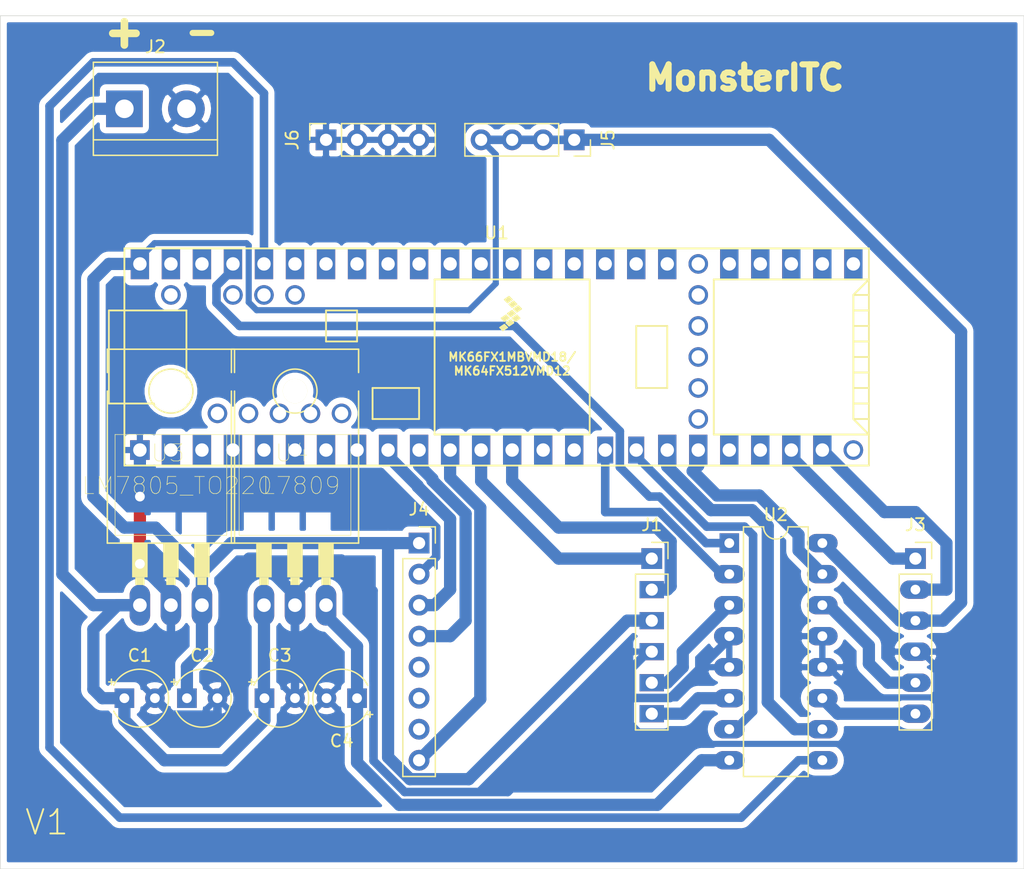
<source format=kicad_pcb>
(kicad_pcb (version 20171130) (host pcbnew "(5.1.2)-2")

  (general
    (thickness 1.6)
    (drawings 9)
    (tracks 227)
    (zones 0)
    (modules 14)
    (nets 67)
  )

  (page A4)
  (layers
    (0 F.Cu signal)
    (31 B.Cu signal)
    (32 B.Adhes user)
    (33 F.Adhes user)
    (34 B.Paste user)
    (35 F.Paste user)
    (36 B.SilkS user)
    (37 F.SilkS user)
    (38 B.Mask user)
    (39 F.Mask user)
    (40 Dwgs.User user)
    (41 Cmts.User user)
    (42 Eco1.User user)
    (43 Eco2.User user)
    (44 Edge.Cuts user)
    (45 Margin user)
    (46 B.CrtYd user)
    (47 F.CrtYd user)
    (48 B.Fab user)
    (49 F.Fab user)
  )

  (setup
    (last_trace_width 1)
    (user_trace_width 0.5)
    (user_trace_width 0.7)
    (user_trace_width 1)
    (trace_clearance 0.2)
    (zone_clearance 0.508)
    (zone_45_only no)
    (trace_min 0.2)
    (via_size 0.8)
    (via_drill 0.4)
    (via_min_size 0.4)
    (via_min_drill 0.3)
    (uvia_size 0.3)
    (uvia_drill 0.1)
    (uvias_allowed no)
    (uvia_min_size 0.2)
    (uvia_min_drill 0.1)
    (edge_width 0.05)
    (segment_width 0.2)
    (pcb_text_width 0.3)
    (pcb_text_size 1.5 1.5)
    (mod_edge_width 0.12)
    (mod_text_size 1 1)
    (mod_text_width 0.15)
    (pad_size 2 2)
    (pad_drill 2)
    (pad_to_mask_clearance 0.051)
    (solder_mask_min_width 0.25)
    (aux_axis_origin 0 0)
    (visible_elements 7FFFFFFF)
    (pcbplotparams
      (layerselection 0x010fc_ffffffff)
      (usegerberextensions true)
      (usegerberattributes false)
      (usegerberadvancedattributes false)
      (creategerberjobfile false)
      (excludeedgelayer true)
      (linewidth 0.100000)
      (plotframeref false)
      (viasonmask false)
      (mode 1)
      (useauxorigin false)
      (hpglpennumber 1)
      (hpglpenspeed 20)
      (hpglpendiameter 15.000000)
      (psnegative false)
      (psa4output false)
      (plotreference true)
      (plotvalue true)
      (plotinvisibletext false)
      (padsonsilk false)
      (subtractmaskfromsilk false)
      (outputformat 1)
      (mirror false)
      (drillshape 0)
      (scaleselection 1)
      (outputdirectory ""))
  )

  (net 0 "")
  (net 1 VCC)
  (net 2 GND)
  (net 3 +5V)
  (net 4 +12V)
  (net 5 /IN5)
  (net 6 /IN6)
  (net 7 /MOTOR1+)
  (net 8 /MOTOR1-)
  (net 9 /MOTOR2-)
  (net 10 /MOTOR2+)
  (net 11 /IN8)
  (net 12 /IN7)
  (net 13 /SCL)
  (net 14 /SDA)
  (net 15 "Net-(J4-Pad5)")
  (net 16 "Net-(J4-Pad6)")
  (net 17 "Net-(J4-Pad7)")
  (net 18 /INT)
  (net 19 "Net-(U1-Pad57)")
  (net 20 "Net-(U1-Pad56)")
  (net 21 "Net-(U1-Pad55)")
  (net 22 "Net-(U1-Pad54)")
  (net 23 "Net-(U1-Pad52)")
  (net 24 "Net-(U1-Pad51)")
  (net 25 "Net-(U1-Pad48)")
  (net 26 "Net-(U1-Pad47)")
  (net 27 "Net-(U1-Pad46)")
  (net 28 "Net-(U1-Pad45)")
  (net 29 "Net-(U1-Pad44)")
  (net 30 "Net-(U1-Pad43)")
  (net 31 "Net-(U1-Pad42)")
  (net 32 "Net-(U1-Pad41)")
  (net 33 "Net-(U1-Pad40)")
  (net 34 "Net-(U1-Pad38)")
  (net 35 "Net-(U1-Pad2)")
  (net 36 "Net-(U1-Pad3)")
  (net 37 "Net-(U1-Pad4)")
  (net 38 /PWM0)
  (net 39 /PWM1)
  (net 40 "Net-(U1-Pad7)")
  (net 41 "Net-(U1-Pad8)")
  (net 42 "Net-(U1-Pad37)")
  (net 43 "Net-(U1-Pad36)")
  (net 44 "Net-(U1-Pad35)")
  (net 45 "Net-(U1-Pad34)")
  (net 46 "Net-(U1-Pad33)")
  (net 47 "Net-(U1-Pad32)")
  (net 48 "Net-(U1-Pad31)")
  (net 49 "Net-(U1-Pad30)")
  (net 50 "Net-(U1-Pad29)")
  (net 51 "Net-(U1-Pad28)")
  (net 52 "Net-(U1-Pad26)")
  (net 53 "Net-(U1-Pad25)")
  (net 54 "Net-(U1-Pad24)")
  (net 55 "Net-(U1-Pad14)")
  (net 56 "Net-(U1-Pad15)")
  (net 57 /IN1)
  (net 58 /IN4)
  (net 59 /IN3)
  (net 60 /IN2)
  (net 61 "Net-(U1-Pad21)")
  (net 62 "Net-(U1-Pad20)")
  (net 63 "Net-(U1-Pad5)")
  (net 64 "Net-(U1-Pad6)")
  (net 65 "Net-(U1-Pad39)")
  (net 66 "Net-(U1-Pad27)")

  (net_class Default "This is the default net class."
    (clearance 0.2)
    (trace_width 0.25)
    (via_dia 0.8)
    (via_drill 0.4)
    (uvia_dia 0.3)
    (uvia_drill 0.1)
    (add_net +12V)
    (add_net +5V)
    (add_net /IN1)
    (add_net /IN2)
    (add_net /IN3)
    (add_net /IN4)
    (add_net /IN5)
    (add_net /IN6)
    (add_net /IN7)
    (add_net /IN8)
    (add_net /INT)
    (add_net /MOTOR1+)
    (add_net /MOTOR1-)
    (add_net /MOTOR2+)
    (add_net /MOTOR2-)
    (add_net /PWM0)
    (add_net /PWM1)
    (add_net /SCL)
    (add_net /SDA)
    (add_net GND)
    (add_net "Net-(J4-Pad5)")
    (add_net "Net-(J4-Pad6)")
    (add_net "Net-(J4-Pad7)")
    (add_net "Net-(U1-Pad14)")
    (add_net "Net-(U1-Pad15)")
    (add_net "Net-(U1-Pad2)")
    (add_net "Net-(U1-Pad20)")
    (add_net "Net-(U1-Pad21)")
    (add_net "Net-(U1-Pad24)")
    (add_net "Net-(U1-Pad25)")
    (add_net "Net-(U1-Pad26)")
    (add_net "Net-(U1-Pad27)")
    (add_net "Net-(U1-Pad28)")
    (add_net "Net-(U1-Pad29)")
    (add_net "Net-(U1-Pad3)")
    (add_net "Net-(U1-Pad30)")
    (add_net "Net-(U1-Pad31)")
    (add_net "Net-(U1-Pad32)")
    (add_net "Net-(U1-Pad33)")
    (add_net "Net-(U1-Pad34)")
    (add_net "Net-(U1-Pad35)")
    (add_net "Net-(U1-Pad36)")
    (add_net "Net-(U1-Pad37)")
    (add_net "Net-(U1-Pad38)")
    (add_net "Net-(U1-Pad39)")
    (add_net "Net-(U1-Pad4)")
    (add_net "Net-(U1-Pad40)")
    (add_net "Net-(U1-Pad41)")
    (add_net "Net-(U1-Pad42)")
    (add_net "Net-(U1-Pad43)")
    (add_net "Net-(U1-Pad44)")
    (add_net "Net-(U1-Pad45)")
    (add_net "Net-(U1-Pad46)")
    (add_net "Net-(U1-Pad47)")
    (add_net "Net-(U1-Pad48)")
    (add_net "Net-(U1-Pad5)")
    (add_net "Net-(U1-Pad51)")
    (add_net "Net-(U1-Pad52)")
    (add_net "Net-(U1-Pad54)")
    (add_net "Net-(U1-Pad55)")
    (add_net "Net-(U1-Pad56)")
    (add_net "Net-(U1-Pad57)")
    (add_net "Net-(U1-Pad6)")
    (add_net "Net-(U1-Pad7)")
    (add_net "Net-(U1-Pad8)")
    (add_net VCC)
  )

  (module Package_DIP:DIP-16_W7.62mm (layer F.Cu) (tedit 5A02E8C5) (tstamp 5D9A1ACD)
    (at 132.08 114.3)
    (descr "16-lead though-hole mounted DIP package, row spacing 7.62 mm (300 mils)")
    (tags "THT DIP DIL PDIP 2.54mm 7.62mm 300mil")
    (path /5D9D0AE2)
    (fp_text reference U2 (at 3.81 -2.33) (layer F.SilkS)
      (effects (font (size 1 1) (thickness 0.15)))
    )
    (fp_text value L293 (at 3.81 20.11) (layer F.Fab)
      (effects (font (size 1 1) (thickness 0.15)))
    )
    (fp_arc (start 3.81 -1.33) (end 2.81 -1.33) (angle -180) (layer F.SilkS) (width 0.12))
    (fp_line (start 1.635 -1.27) (end 6.985 -1.27) (layer F.Fab) (width 0.1))
    (fp_line (start 6.985 -1.27) (end 6.985 19.05) (layer F.Fab) (width 0.1))
    (fp_line (start 6.985 19.05) (end 0.635 19.05) (layer F.Fab) (width 0.1))
    (fp_line (start 0.635 19.05) (end 0.635 -0.27) (layer F.Fab) (width 0.1))
    (fp_line (start 0.635 -0.27) (end 1.635 -1.27) (layer F.Fab) (width 0.1))
    (fp_line (start 2.81 -1.33) (end 1.16 -1.33) (layer F.SilkS) (width 0.12))
    (fp_line (start 1.16 -1.33) (end 1.16 19.11) (layer F.SilkS) (width 0.12))
    (fp_line (start 1.16 19.11) (end 6.46 19.11) (layer F.SilkS) (width 0.12))
    (fp_line (start 6.46 19.11) (end 6.46 -1.33) (layer F.SilkS) (width 0.12))
    (fp_line (start 6.46 -1.33) (end 4.81 -1.33) (layer F.SilkS) (width 0.12))
    (fp_line (start -1.1 -1.55) (end -1.1 19.3) (layer F.CrtYd) (width 0.05))
    (fp_line (start -1.1 19.3) (end 8.7 19.3) (layer F.CrtYd) (width 0.05))
    (fp_line (start 8.7 19.3) (end 8.7 -1.55) (layer F.CrtYd) (width 0.05))
    (fp_line (start 8.7 -1.55) (end -1.1 -1.55) (layer F.CrtYd) (width 0.05))
    (fp_text user %R (at 3.81 8.89) (layer F.Fab)
      (effects (font (size 1 1) (thickness 0.15)))
    )
    (pad 1 thru_hole rect (at 0 0) (size 1.6 1.6) (drill 0.8) (layers *.Cu *.Mask)
      (net 38 /PWM0))
    (pad 9 thru_hole oval (at 7.62 17.78) (size 2.5 1.5) (drill 0.8) (layers *.Cu *.Mask)
      (net 39 /PWM1))
    (pad 2 thru_hole oval (at 0 2.54) (size 2.5 1.5) (drill 0.8) (layers *.Cu *.Mask)
      (net 57 /IN1))
    (pad 10 thru_hole oval (at 7.62 15.24) (size 2.5 1.5) (drill 0.8) (layers *.Cu *.Mask)
      (net 59 /IN3))
    (pad 3 thru_hole oval (at 0 5.08) (size 2.5 1.5) (drill 0.8) (layers *.Cu *.Mask)
      (net 7 /MOTOR1+))
    (pad 11 thru_hole oval (at 7.62 12.7) (size 2.5 1.5) (drill 0.8) (layers *.Cu *.Mask)
      (net 10 /MOTOR2+))
    (pad 4 thru_hole oval (at 0 7.62) (size 2.5 1.5) (drill 0.8) (layers *.Cu *.Mask)
      (net 2 GND))
    (pad 12 thru_hole oval (at 7.62 10.16) (size 2.5 1.5) (drill 0.8) (layers *.Cu *.Mask)
      (net 2 GND))
    (pad 5 thru_hole oval (at 0 10.16) (size 2.5 1.5) (drill 0.8) (layers *.Cu *.Mask)
      (net 2 GND))
    (pad 13 thru_hole oval (at 7.62 7.62) (size 2.5 1.5) (drill 0.8) (layers *.Cu *.Mask)
      (net 2 GND))
    (pad 6 thru_hole oval (at 0 12.7) (size 2.5 1.5) (drill 0.8) (layers *.Cu *.Mask)
      (net 8 /MOTOR1-))
    (pad 14 thru_hole oval (at 7.62 5.08) (size 2.5 1.5) (drill 0.8) (layers *.Cu *.Mask)
      (net 9 /MOTOR2-))
    (pad 7 thru_hole oval (at 0 15.24) (size 2.5 1.5) (drill 0.8) (layers *.Cu *.Mask)
      (net 60 /IN2))
    (pad 15 thru_hole oval (at 7.62 2.54) (size 2.5 1.5) (drill 0.8) (layers *.Cu *.Mask)
      (net 58 /IN4))
    (pad 8 thru_hole oval (at 0 17.78) (size 2.5 1.5) (drill 0.8) (layers *.Cu *.Mask)
      (net 4 +12V))
    (pad 16 thru_hole oval (at 7.62 0) (size 2.5 1.5) (drill 0.8) (layers *.Cu *.Mask)
      (net 3 +5V))
    (model ${KISYS3DMOD}/Package_DIP.3dshapes/DIP-16_W7.62mm.wrl
      (at (xyz 0 0 0))
      (scale (xyz 1 1 1))
      (rotate (xyz 0 0 0))
    )
  )

  (module Capacitor_THT:CP_Radial_Tantal_D4.5mm_P2.50mm (layer F.Cu) (tedit 5AE50EF0) (tstamp 5D9A1975)
    (at 82.55 127)
    (descr "CP, Radial_Tantal series, Radial, pin pitch=2.50mm, , diameter=4.5mm, Tantal Electrolytic Capacitor, http://cdn-reichelt.de/documents/datenblatt/B300/TANTAL-TB-Serie%23.pdf")
    (tags "CP Radial_Tantal series Radial pin pitch 2.50mm  diameter 4.5mm Tantal Electrolytic Capacitor")
    (path /5D9A2C3A)
    (fp_text reference C1 (at 1.25 -3.5) (layer F.SilkS)
      (effects (font (size 1 1) (thickness 0.15)))
    )
    (fp_text value 0.3uF (at 1.25 3.5) (layer F.Fab)
      (effects (font (size 1 1) (thickness 0.15)))
    )
    (fp_arc (start 1.25 0) (end -0.869741 -1.06) (angle 306.864288) (layer F.SilkS) (width 0.12))
    (fp_circle (center 1.25 0) (end 3.5 0) (layer F.Fab) (width 0.1))
    (fp_circle (center 1.25 0) (end 3.78 0) (layer F.CrtYd) (width 0.05))
    (fp_line (start -0.66808 -0.9775) (end -0.21808 -0.9775) (layer F.Fab) (width 0.1))
    (fp_line (start -0.44308 -1.2025) (end -0.44308 -0.7525) (layer F.Fab) (width 0.1))
    (fp_line (start -1.287288 -1.335) (end -0.837288 -1.335) (layer F.SilkS) (width 0.12))
    (fp_line (start -1.062288 -1.56) (end -1.062288 -1.11) (layer F.SilkS) (width 0.12))
    (fp_text user %R (at 1.25 0) (layer F.Fab)
      (effects (font (size 0.9 0.9) (thickness 0.135)))
    )
    (pad 1 thru_hole rect (at 0 0) (size 1.6 1.6) (drill 0.8) (layers *.Cu *.Mask)
      (net 1 VCC))
    (pad 2 thru_hole circle (at 2.5 0) (size 1.6 1.6) (drill 0.8) (layers *.Cu *.Mask)
      (net 2 GND))
    (model ${KISYS3DMOD}/Capacitor_THT.3dshapes/CP_Radial_Tantal_D4.5mm_P2.50mm.wrl
      (at (xyz 0 0 0))
      (scale (xyz 1 1 1))
      (rotate (xyz 0 0 0))
    )
  )

  (module Capacitor_THT:CP_Radial_Tantal_D4.5mm_P2.50mm (layer F.Cu) (tedit 5AE50EF0) (tstamp 5D9A1983)
    (at 87.67 127)
    (descr "CP, Radial_Tantal series, Radial, pin pitch=2.50mm, , diameter=4.5mm, Tantal Electrolytic Capacitor, http://cdn-reichelt.de/documents/datenblatt/B300/TANTAL-TB-Serie%23.pdf")
    (tags "CP Radial_Tantal series Radial pin pitch 2.50mm  diameter 4.5mm Tantal Electrolytic Capacitor")
    (path /5D9A3326)
    (fp_text reference C2 (at 1.25 -3.5) (layer F.SilkS)
      (effects (font (size 1 1) (thickness 0.15)))
    )
    (fp_text value 0.1uF (at 1.25 3.5) (layer F.Fab)
      (effects (font (size 1 1) (thickness 0.15)))
    )
    (fp_text user %R (at 1.25 0) (layer F.Fab)
      (effects (font (size 0.9 0.9) (thickness 0.135)))
    )
    (fp_line (start -1.062288 -1.56) (end -1.062288 -1.11) (layer F.SilkS) (width 0.12))
    (fp_line (start -1.287288 -1.335) (end -0.837288 -1.335) (layer F.SilkS) (width 0.12))
    (fp_line (start -0.44308 -1.2025) (end -0.44308 -0.7525) (layer F.Fab) (width 0.1))
    (fp_line (start -0.66808 -0.9775) (end -0.21808 -0.9775) (layer F.Fab) (width 0.1))
    (fp_circle (center 1.25 0) (end 3.78 0) (layer F.CrtYd) (width 0.05))
    (fp_circle (center 1.25 0) (end 3.5 0) (layer F.Fab) (width 0.1))
    (fp_arc (start 1.25 0) (end -0.869741 -1.06) (angle 306.864288) (layer F.SilkS) (width 0.12))
    (pad 2 thru_hole circle (at 2.5 0) (size 1.6 1.6) (drill 0.8) (layers *.Cu *.Mask)
      (net 2 GND))
    (pad 1 thru_hole rect (at 0 0) (size 1.6 1.6) (drill 0.8) (layers *.Cu *.Mask)
      (net 3 +5V))
    (model ${KISYS3DMOD}/Capacitor_THT.3dshapes/CP_Radial_Tantal_D4.5mm_P2.50mm.wrl
      (at (xyz 0 0 0))
      (scale (xyz 1 1 1))
      (rotate (xyz 0 0 0))
    )
  )

  (module Capacitor_THT:CP_Radial_Tantal_D4.5mm_P2.50mm (layer F.Cu) (tedit 5AE50EF0) (tstamp 5D9A1991)
    (at 94.02 127)
    (descr "CP, Radial_Tantal series, Radial, pin pitch=2.50mm, , diameter=4.5mm, Tantal Electrolytic Capacitor, http://cdn-reichelt.de/documents/datenblatt/B300/TANTAL-TB-Serie%23.pdf")
    (tags "CP Radial_Tantal series Radial pin pitch 2.50mm  diameter 4.5mm Tantal Electrolytic Capacitor")
    (path /5D9A83A3)
    (fp_text reference C3 (at 1.25 -3.5) (layer F.SilkS)
      (effects (font (size 1 1) (thickness 0.15)))
    )
    (fp_text value 0.33 (at 1.25 3.5) (layer F.Fab)
      (effects (font (size 1 1) (thickness 0.15)))
    )
    (fp_arc (start 1.25 0) (end -0.869741 -1.06) (angle 306.864288) (layer F.SilkS) (width 0.12))
    (fp_circle (center 1.25 0) (end 3.5 0) (layer F.Fab) (width 0.1))
    (fp_circle (center 1.25 0) (end 3.78 0) (layer F.CrtYd) (width 0.05))
    (fp_line (start -0.66808 -0.9775) (end -0.21808 -0.9775) (layer F.Fab) (width 0.1))
    (fp_line (start -0.44308 -1.2025) (end -0.44308 -0.7525) (layer F.Fab) (width 0.1))
    (fp_line (start -1.287288 -1.335) (end -0.837288 -1.335) (layer F.SilkS) (width 0.12))
    (fp_line (start -1.062288 -1.56) (end -1.062288 -1.11) (layer F.SilkS) (width 0.12))
    (fp_text user %R (at 1.25 0) (layer F.Fab)
      (effects (font (size 0.9 0.9) (thickness 0.135)))
    )
    (pad 1 thru_hole rect (at 0 0) (size 1.6 1.6) (drill 0.8) (layers *.Cu *.Mask)
      (net 1 VCC))
    (pad 2 thru_hole circle (at 2.5 0) (size 1.6 1.6) (drill 0.8) (layers *.Cu *.Mask)
      (net 2 GND))
    (model ${KISYS3DMOD}/Capacitor_THT.3dshapes/CP_Radial_Tantal_D4.5mm_P2.50mm.wrl
      (at (xyz 0 0 0))
      (scale (xyz 1 1 1))
      (rotate (xyz 0 0 0))
    )
  )

  (module Capacitor_THT:CP_Radial_Tantal_D4.5mm_P2.50mm (layer F.Cu) (tedit 5AE50EF0) (tstamp 5D9A199F)
    (at 101.6 127 180)
    (descr "CP, Radial_Tantal series, Radial, pin pitch=2.50mm, , diameter=4.5mm, Tantal Electrolytic Capacitor, http://cdn-reichelt.de/documents/datenblatt/B300/TANTAL-TB-Serie%23.pdf")
    (tags "CP Radial_Tantal series Radial pin pitch 2.50mm  diameter 4.5mm Tantal Electrolytic Capacitor")
    (path /5D9A8DAB)
    (fp_text reference C4 (at 1.25 -3.5) (layer F.SilkS)
      (effects (font (size 1 1) (thickness 0.15)))
    )
    (fp_text value 0.1uF (at 1.25 3.5) (layer F.Fab)
      (effects (font (size 1 1) (thickness 0.15)))
    )
    (fp_text user %R (at 1.25 0) (layer F.Fab)
      (effects (font (size 0.9 0.9) (thickness 0.135)))
    )
    (fp_line (start -1.062288 -1.56) (end -1.062288 -1.11) (layer F.SilkS) (width 0.12))
    (fp_line (start -1.287288 -1.335) (end -0.837288 -1.335) (layer F.SilkS) (width 0.12))
    (fp_line (start -0.44308 -1.2025) (end -0.44308 -0.7525) (layer F.Fab) (width 0.1))
    (fp_line (start -0.66808 -0.9775) (end -0.21808 -0.9775) (layer F.Fab) (width 0.1))
    (fp_circle (center 1.25 0) (end 3.78 0) (layer F.CrtYd) (width 0.05))
    (fp_circle (center 1.25 0) (end 3.5 0) (layer F.Fab) (width 0.1))
    (fp_arc (start 1.25 0) (end -0.869741 -1.06) (angle 306.864288) (layer F.SilkS) (width 0.12))
    (pad 2 thru_hole circle (at 2.5 0 180) (size 1.6 1.6) (drill 0.8) (layers *.Cu *.Mask)
      (net 2 GND))
    (pad 1 thru_hole rect (at 0 0 180) (size 1.6 1.6) (drill 0.8) (layers *.Cu *.Mask)
      (net 4 +12V))
    (model ${KISYS3DMOD}/Capacitor_THT.3dshapes/CP_Radial_Tantal_D4.5mm_P2.50mm.wrl
      (at (xyz 0 0 0))
      (scale (xyz 1 1 1))
      (rotate (xyz 0 0 0))
    )
  )

  (module Connector_PinSocket_2.54mm:PinSocket_1x06_P2.54mm_Vertical (layer F.Cu) (tedit 5D9A1CD9) (tstamp 5D9A19B9)
    (at 125.73 115.57)
    (descr "Through hole straight socket strip, 1x06, 2.54mm pitch, single row (from Kicad 4.0.7), script generated")
    (tags "Through hole socket strip THT 1x06 2.54mm single row")
    (path /5DA11234)
    (fp_text reference J1 (at 0 -2.77) (layer F.SilkS)
      (effects (font (size 1 1) (thickness 0.15)))
    )
    (fp_text value MOTOR1 (at 0 15.47) (layer F.Fab)
      (effects (font (size 1 1) (thickness 0.15)))
    )
    (fp_line (start -1.27 -1.27) (end 0.635 -1.27) (layer F.Fab) (width 0.1))
    (fp_line (start 0.635 -1.27) (end 1.27 -0.635) (layer F.Fab) (width 0.1))
    (fp_line (start 1.27 -0.635) (end 1.27 13.97) (layer F.Fab) (width 0.1))
    (fp_line (start 1.27 13.97) (end -1.27 13.97) (layer F.Fab) (width 0.1))
    (fp_line (start -1.27 13.97) (end -1.27 -1.27) (layer F.Fab) (width 0.1))
    (fp_line (start -1.33 1.27) (end 1.33 1.27) (layer F.SilkS) (width 0.12))
    (fp_line (start -1.33 1.27) (end -1.33 14.03) (layer F.SilkS) (width 0.12))
    (fp_line (start -1.33 14.03) (end 1.33 14.03) (layer F.SilkS) (width 0.12))
    (fp_line (start 1.33 1.27) (end 1.33 14.03) (layer F.SilkS) (width 0.12))
    (fp_line (start 1.33 -1.33) (end 1.33 0) (layer F.SilkS) (width 0.12))
    (fp_line (start 0 -1.33) (end 1.33 -1.33) (layer F.SilkS) (width 0.12))
    (fp_line (start -1.8 -1.8) (end 1.75 -1.8) (layer F.CrtYd) (width 0.05))
    (fp_line (start 1.75 -1.8) (end 1.75 14.45) (layer F.CrtYd) (width 0.05))
    (fp_line (start 1.75 14.45) (end -1.8 14.45) (layer F.CrtYd) (width 0.05))
    (fp_line (start -1.8 14.45) (end -1.8 -1.8) (layer F.CrtYd) (width 0.05))
    (fp_text user %R (at 0 6.35 90) (layer F.Fab)
      (effects (font (size 1 1) (thickness 0.15)))
    )
    (pad 1 thru_hole rect (at 0 0) (size 1.7 1.7) (drill 1) (layers *.Cu *.Mask)
      (net 5 /IN5))
    (pad 2 thru_hole rect (at 0 2.54) (size 2 1.4) (drill 1) (layers *.Cu *.Mask)
      (net 6 /IN6))
    (pad 3 thru_hole rect (at 0 5.08) (size 2 1.4) (drill 1) (layers *.Cu *.Mask)
      (net 3 +5V))
    (pad 4 thru_hole rect (at 0 7.62) (size 2 1.4) (drill 1) (layers *.Cu *.Mask)
      (net 2 GND))
    (pad 5 thru_hole rect (at 0 10.16) (size 2 1.4) (drill 1) (layers *.Cu *.Mask)
      (net 7 /MOTOR1+))
    (pad 6 thru_hole rect (at 0 12.7) (size 2 1.4) (drill 1) (layers *.Cu *.Mask)
      (net 8 /MOTOR1-))
    (model ${KISYS3DMOD}/Connector_PinSocket_2.54mm.3dshapes/PinSocket_1x06_P2.54mm_Vertical.wrl
      (at (xyz 0 0 0))
      (scale (xyz 1 1 1))
      (rotate (xyz 0 0 0))
    )
  )

  (module TerminalBlock:TerminalBlock_bornier-2_P5.08mm (layer F.Cu) (tedit 59FF03AB) (tstamp 5D9A19CE)
    (at 82.55 78.74)
    (descr "simple 2-pin terminal block, pitch 5.08mm, revamped version of bornier2")
    (tags "terminal block bornier2")
    (path /5D9B5E38)
    (fp_text reference J2 (at 2.54 -5.08) (layer F.SilkS)
      (effects (font (size 1 1) (thickness 0.15)))
    )
    (fp_text value "POWER IN" (at 2.54 5.08) (layer F.Fab)
      (effects (font (size 1 1) (thickness 0.15)))
    )
    (fp_text user %R (at 2.54 0) (layer F.Fab)
      (effects (font (size 1 1) (thickness 0.15)))
    )
    (fp_line (start -2.41 2.55) (end 7.49 2.55) (layer F.Fab) (width 0.1))
    (fp_line (start -2.46 -3.75) (end -2.46 3.75) (layer F.Fab) (width 0.1))
    (fp_line (start -2.46 3.75) (end 7.54 3.75) (layer F.Fab) (width 0.1))
    (fp_line (start 7.54 3.75) (end 7.54 -3.75) (layer F.Fab) (width 0.1))
    (fp_line (start 7.54 -3.75) (end -2.46 -3.75) (layer F.Fab) (width 0.1))
    (fp_line (start 7.62 2.54) (end -2.54 2.54) (layer F.SilkS) (width 0.12))
    (fp_line (start 7.62 3.81) (end 7.62 -3.81) (layer F.SilkS) (width 0.12))
    (fp_line (start 7.62 -3.81) (end -2.54 -3.81) (layer F.SilkS) (width 0.12))
    (fp_line (start -2.54 -3.81) (end -2.54 3.81) (layer F.SilkS) (width 0.12))
    (fp_line (start -2.54 3.81) (end 7.62 3.81) (layer F.SilkS) (width 0.12))
    (fp_line (start -2.71 -4) (end 7.79 -4) (layer F.CrtYd) (width 0.05))
    (fp_line (start -2.71 -4) (end -2.71 4) (layer F.CrtYd) (width 0.05))
    (fp_line (start 7.79 4) (end 7.79 -4) (layer F.CrtYd) (width 0.05))
    (fp_line (start 7.79 4) (end -2.71 4) (layer F.CrtYd) (width 0.05))
    (pad 1 thru_hole rect (at 0 0) (size 3 3) (drill 1.52) (layers *.Cu *.Mask)
      (net 1 VCC))
    (pad 2 thru_hole circle (at 5.08 0) (size 3 3) (drill 1.52) (layers *.Cu *.Mask)
      (net 2 GND))
    (model ${KISYS3DMOD}/TerminalBlock.3dshapes/TerminalBlock_bornier-2_P5.08mm.wrl
      (offset (xyz 2.539999961853027 0 0))
      (scale (xyz 1 1 1))
      (rotate (xyz 0 0 0))
    )
  )

  (module Connector_PinSocket_2.54mm:PinSocket_1x06_P2.54mm_Vertical (layer F.Cu) (tedit 5D9A1246) (tstamp 5D9A19E8)
    (at 147.32 115.57)
    (descr "Through hole straight socket strip, 1x06, 2.54mm pitch, single row (from Kicad 4.0.7), script generated")
    (tags "Through hole socket strip THT 1x06 2.54mm single row")
    (path /5DA13558)
    (fp_text reference J3 (at 0 -2.77) (layer F.SilkS)
      (effects (font (size 1 1) (thickness 0.15)))
    )
    (fp_text value MOTOR2 (at 0 15.47) (layer F.Fab)
      (effects (font (size 1 1) (thickness 0.15)))
    )
    (fp_text user %R (at 0 6.35 90) (layer F.Fab)
      (effects (font (size 1 1) (thickness 0.15)))
    )
    (fp_line (start -1.8 14.45) (end -1.8 -1.8) (layer F.CrtYd) (width 0.05))
    (fp_line (start 1.75 14.45) (end -1.8 14.45) (layer F.CrtYd) (width 0.05))
    (fp_line (start 1.75 -1.8) (end 1.75 14.45) (layer F.CrtYd) (width 0.05))
    (fp_line (start -1.8 -1.8) (end 1.75 -1.8) (layer F.CrtYd) (width 0.05))
    (fp_line (start 0 -1.33) (end 1.33 -1.33) (layer F.SilkS) (width 0.12))
    (fp_line (start 1.33 -1.33) (end 1.33 0) (layer F.SilkS) (width 0.12))
    (fp_line (start 1.33 1.27) (end 1.33 14.03) (layer F.SilkS) (width 0.12))
    (fp_line (start -1.33 14.03) (end 1.33 14.03) (layer F.SilkS) (width 0.12))
    (fp_line (start -1.33 1.27) (end -1.33 14.03) (layer F.SilkS) (width 0.12))
    (fp_line (start -1.33 1.27) (end 1.33 1.27) (layer F.SilkS) (width 0.12))
    (fp_line (start -1.27 13.97) (end -1.27 -1.27) (layer F.Fab) (width 0.1))
    (fp_line (start 1.27 13.97) (end -1.27 13.97) (layer F.Fab) (width 0.1))
    (fp_line (start 1.27 -0.635) (end 1.27 13.97) (layer F.Fab) (width 0.1))
    (fp_line (start 0.635 -1.27) (end 1.27 -0.635) (layer F.Fab) (width 0.1))
    (fp_line (start -1.27 -1.27) (end 0.635 -1.27) (layer F.Fab) (width 0.1))
    (pad 6 thru_hole oval (at 0 12.7) (size 2.5 1.5) (drill 0.8) (layers *.Cu *.Mask)
      (net 10 /MOTOR2+))
    (pad 5 thru_hole oval (at 0 10.16) (size 2.5 1.5) (drill 0.8) (layers *.Cu *.Mask)
      (net 9 /MOTOR2-))
    (pad 4 thru_hole oval (at 0 7.62) (size 2.5 1.5) (drill 0.8) (layers *.Cu *.Mask)
      (net 2 GND))
    (pad 3 thru_hole oval (at 0 5.08) (size 2.5 1.5) (drill 0.8) (layers *.Cu *.Mask)
      (net 3 +5V))
    (pad 2 thru_hole oval (at 0 2.54) (size 2.5 1.5) (drill 0.8) (layers *.Cu *.Mask)
      (net 11 /IN8))
    (pad 1 thru_hole rect (at 0 0) (size 1.7 1.7) (drill 1) (layers *.Cu *.Mask)
      (net 12 /IN7))
    (model ${KISYS3DMOD}/Connector_PinSocket_2.54mm.3dshapes/PinSocket_1x06_P2.54mm_Vertical.wrl
      (at (xyz 0 0 0))
      (scale (xyz 1 1 1))
      (rotate (xyz 0 0 0))
    )
  )

  (module Connector_PinSocket_2.54mm:PinSocket_1x08_P2.54mm_Vertical (layer F.Cu) (tedit 5A19A420) (tstamp 5D9A1A04)
    (at 106.68 114.3)
    (descr "Through hole straight socket strip, 1x08, 2.54mm pitch, single row (from Kicad 4.0.7), script generated")
    (tags "Through hole socket strip THT 1x08 2.54mm single row")
    (path /5D9EE4BD)
    (fp_text reference J4 (at 0 -2.77) (layer F.SilkS)
      (effects (font (size 1 1) (thickness 0.15)))
    )
    (fp_text value MPU6050 (at 0 20.55) (layer F.Fab)
      (effects (font (size 1 1) (thickness 0.15)))
    )
    (fp_line (start -1.27 -1.27) (end 0.635 -1.27) (layer F.Fab) (width 0.1))
    (fp_line (start 0.635 -1.27) (end 1.27 -0.635) (layer F.Fab) (width 0.1))
    (fp_line (start 1.27 -0.635) (end 1.27 19.05) (layer F.Fab) (width 0.1))
    (fp_line (start 1.27 19.05) (end -1.27 19.05) (layer F.Fab) (width 0.1))
    (fp_line (start -1.27 19.05) (end -1.27 -1.27) (layer F.Fab) (width 0.1))
    (fp_line (start -1.33 1.27) (end 1.33 1.27) (layer F.SilkS) (width 0.12))
    (fp_line (start -1.33 1.27) (end -1.33 19.11) (layer F.SilkS) (width 0.12))
    (fp_line (start -1.33 19.11) (end 1.33 19.11) (layer F.SilkS) (width 0.12))
    (fp_line (start 1.33 1.27) (end 1.33 19.11) (layer F.SilkS) (width 0.12))
    (fp_line (start 1.33 -1.33) (end 1.33 0) (layer F.SilkS) (width 0.12))
    (fp_line (start 0 -1.33) (end 1.33 -1.33) (layer F.SilkS) (width 0.12))
    (fp_line (start -1.8 -1.8) (end 1.75 -1.8) (layer F.CrtYd) (width 0.05))
    (fp_line (start 1.75 -1.8) (end 1.75 19.55) (layer F.CrtYd) (width 0.05))
    (fp_line (start 1.75 19.55) (end -1.8 19.55) (layer F.CrtYd) (width 0.05))
    (fp_line (start -1.8 19.55) (end -1.8 -1.8) (layer F.CrtYd) (width 0.05))
    (fp_text user %R (at 0 8.89 90) (layer F.Fab)
      (effects (font (size 1 1) (thickness 0.15)))
    )
    (pad 1 thru_hole rect (at 0 0) (size 1.7 1.7) (drill 1) (layers *.Cu *.Mask)
      (net 3 +5V))
    (pad 2 thru_hole oval (at 0 2.54) (size 1.7 1.7) (drill 1) (layers *.Cu *.Mask)
      (net 2 GND))
    (pad 3 thru_hole oval (at 0 5.08) (size 1.7 1.7) (drill 1) (layers *.Cu *.Mask)
      (net 13 /SCL))
    (pad 4 thru_hole oval (at 0 7.62) (size 1.7 1.7) (drill 1) (layers *.Cu *.Mask)
      (net 14 /SDA))
    (pad 5 thru_hole oval (at 0 10.16) (size 1.7 1.7) (drill 1) (layers *.Cu *.Mask)
      (net 15 "Net-(J4-Pad5)"))
    (pad 6 thru_hole oval (at 0 12.7) (size 1.7 1.7) (drill 1) (layers *.Cu *.Mask)
      (net 16 "Net-(J4-Pad6)"))
    (pad 7 thru_hole oval (at 0 15.24) (size 1.7 1.7) (drill 1) (layers *.Cu *.Mask)
      (net 17 "Net-(J4-Pad7)"))
    (pad 8 thru_hole oval (at 0 17.78) (size 1.7 1.7) (drill 1) (layers *.Cu *.Mask)
      (net 18 /INT))
    (model ${KISYS3DMOD}/Connector_PinSocket_2.54mm.3dshapes/PinSocket_1x08_P2.54mm_Vertical.wrl
      (at (xyz 0 0 0))
      (scale (xyz 1 1 1))
      (rotate (xyz 0 0 0))
    )
  )

  (module Connector_PinSocket_2.54mm:PinSocket_1x04_P2.54mm_Vertical (layer F.Cu) (tedit 5A19A429) (tstamp 5D9A1A1C)
    (at 119.38 81.28 270)
    (descr "Through hole straight socket strip, 1x04, 2.54mm pitch, single row (from Kicad 4.0.7), script generated")
    (tags "Through hole socket strip THT 1x04 2.54mm single row")
    (path /5DB55DBD)
    (fp_text reference J5 (at 0 -2.77 90) (layer F.SilkS)
      (effects (font (size 1 1) (thickness 0.15)))
    )
    (fp_text value 5V (at 0 10.39 90) (layer F.Fab)
      (effects (font (size 1 1) (thickness 0.15)))
    )
    (fp_line (start -1.27 -1.27) (end 0.635 -1.27) (layer F.Fab) (width 0.1))
    (fp_line (start 0.635 -1.27) (end 1.27 -0.635) (layer F.Fab) (width 0.1))
    (fp_line (start 1.27 -0.635) (end 1.27 8.89) (layer F.Fab) (width 0.1))
    (fp_line (start 1.27 8.89) (end -1.27 8.89) (layer F.Fab) (width 0.1))
    (fp_line (start -1.27 8.89) (end -1.27 -1.27) (layer F.Fab) (width 0.1))
    (fp_line (start -1.33 1.27) (end 1.33 1.27) (layer F.SilkS) (width 0.12))
    (fp_line (start -1.33 1.27) (end -1.33 8.95) (layer F.SilkS) (width 0.12))
    (fp_line (start -1.33 8.95) (end 1.33 8.95) (layer F.SilkS) (width 0.12))
    (fp_line (start 1.33 1.27) (end 1.33 8.95) (layer F.SilkS) (width 0.12))
    (fp_line (start 1.33 -1.33) (end 1.33 0) (layer F.SilkS) (width 0.12))
    (fp_line (start 0 -1.33) (end 1.33 -1.33) (layer F.SilkS) (width 0.12))
    (fp_line (start -1.8 -1.8) (end 1.75 -1.8) (layer F.CrtYd) (width 0.05))
    (fp_line (start 1.75 -1.8) (end 1.75 9.4) (layer F.CrtYd) (width 0.05))
    (fp_line (start 1.75 9.4) (end -1.8 9.4) (layer F.CrtYd) (width 0.05))
    (fp_line (start -1.8 9.4) (end -1.8 -1.8) (layer F.CrtYd) (width 0.05))
    (fp_text user %R (at 0 3.81) (layer F.Fab)
      (effects (font (size 1 1) (thickness 0.15)))
    )
    (pad 1 thru_hole rect (at 0 0 270) (size 1.7 1.7) (drill 1) (layers *.Cu *.Mask)
      (net 3 +5V))
    (pad 2 thru_hole oval (at 0 2.54 270) (size 1.7 1.7) (drill 1) (layers *.Cu *.Mask)
      (net 3 +5V))
    (pad 3 thru_hole oval (at 0 5.08 270) (size 1.7 1.7) (drill 1) (layers *.Cu *.Mask)
      (net 3 +5V))
    (pad 4 thru_hole oval (at 0 7.62 270) (size 1.7 1.7) (drill 1) (layers *.Cu *.Mask)
      (net 3 +5V))
    (model ${KISYS3DMOD}/Connector_PinSocket_2.54mm.3dshapes/PinSocket_1x04_P2.54mm_Vertical.wrl
      (at (xyz 0 0 0))
      (scale (xyz 1 1 1))
      (rotate (xyz 0 0 0))
    )
  )

  (module Connector_PinSocket_2.54mm:PinSocket_1x04_P2.54mm_Vertical (layer F.Cu) (tedit 5A19A429) (tstamp 5D9A1A34)
    (at 99.06 81.28 90)
    (descr "Through hole straight socket strip, 1x04, 2.54mm pitch, single row (from Kicad 4.0.7), script generated")
    (tags "Through hole socket strip THT 1x04 2.54mm single row")
    (path /5DB59383)
    (fp_text reference J6 (at 0 -2.77 90) (layer F.SilkS)
      (effects (font (size 1 1) (thickness 0.15)))
    )
    (fp_text value GND (at 0 10.39 90) (layer F.Fab)
      (effects (font (size 1 1) (thickness 0.15)))
    )
    (fp_text user %R (at 0 3.81) (layer F.Fab)
      (effects (font (size 1 1) (thickness 0.15)))
    )
    (fp_line (start -1.8 9.4) (end -1.8 -1.8) (layer F.CrtYd) (width 0.05))
    (fp_line (start 1.75 9.4) (end -1.8 9.4) (layer F.CrtYd) (width 0.05))
    (fp_line (start 1.75 -1.8) (end 1.75 9.4) (layer F.CrtYd) (width 0.05))
    (fp_line (start -1.8 -1.8) (end 1.75 -1.8) (layer F.CrtYd) (width 0.05))
    (fp_line (start 0 -1.33) (end 1.33 -1.33) (layer F.SilkS) (width 0.12))
    (fp_line (start 1.33 -1.33) (end 1.33 0) (layer F.SilkS) (width 0.12))
    (fp_line (start 1.33 1.27) (end 1.33 8.95) (layer F.SilkS) (width 0.12))
    (fp_line (start -1.33 8.95) (end 1.33 8.95) (layer F.SilkS) (width 0.12))
    (fp_line (start -1.33 1.27) (end -1.33 8.95) (layer F.SilkS) (width 0.12))
    (fp_line (start -1.33 1.27) (end 1.33 1.27) (layer F.SilkS) (width 0.12))
    (fp_line (start -1.27 8.89) (end -1.27 -1.27) (layer F.Fab) (width 0.1))
    (fp_line (start 1.27 8.89) (end -1.27 8.89) (layer F.Fab) (width 0.1))
    (fp_line (start 1.27 -0.635) (end 1.27 8.89) (layer F.Fab) (width 0.1))
    (fp_line (start 0.635 -1.27) (end 1.27 -0.635) (layer F.Fab) (width 0.1))
    (fp_line (start -1.27 -1.27) (end 0.635 -1.27) (layer F.Fab) (width 0.1))
    (pad 4 thru_hole oval (at 0 7.62 90) (size 1.7 1.7) (drill 1) (layers *.Cu *.Mask)
      (net 2 GND))
    (pad 3 thru_hole oval (at 0 5.08 90) (size 1.7 1.7) (drill 1) (layers *.Cu *.Mask)
      (net 2 GND))
    (pad 2 thru_hole oval (at 0 2.54 90) (size 1.7 1.7) (drill 1) (layers *.Cu *.Mask)
      (net 2 GND))
    (pad 1 thru_hole rect (at 0 0 90) (size 1.7 1.7) (drill 1) (layers *.Cu *.Mask)
      (net 2 GND))
    (model ${KISYS3DMOD}/Connector_PinSocket_2.54mm.3dshapes/PinSocket_1x04_P2.54mm_Vertical.wrl
      (at (xyz 0 0 0))
      (scale (xyz 1 1 1))
      (rotate (xyz 0 0 0))
    )
  )

  (module teensy:Teensy35_36 (layer F.Cu) (tedit 5D9A1B66) (tstamp 5D9A1AA9)
    (at 113.03 99.06)
    (path /5D98EC0E)
    (fp_text reference U1 (at 0 -10.16) (layer F.SilkS)
      (effects (font (size 1 1) (thickness 0.15)))
    )
    (fp_text value Teensy3.5 (at 0 10.16) (layer F.Fab)
      (effects (font (size 1 1) (thickness 0.15)))
    )
    (fp_text user MK64FX512VMD12 (at 1.27 1.143) (layer F.SilkS)
      (effects (font (size 0.7 0.7) (thickness 0.15)))
    )
    (fp_text user MK66FX1MBVMD18/ (at 1.27 0) (layer F.SilkS)
      (effects (font (size 0.7 0.7) (thickness 0.15)))
    )
    (fp_poly (pts (xy 1.27 -3.81) (xy 1.524 -3.556) (xy 1.143 -3.302) (xy 0.889 -3.556)) (layer F.SilkS) (width 0.1))
    (fp_poly (pts (xy 1.397 -4.572) (xy 1.651 -4.318) (xy 1.27 -4.064) (xy 1.016 -4.318)) (layer F.SilkS) (width 0.1))
    (fp_poly (pts (xy 1.651 -3.429) (xy 1.905 -3.175) (xy 1.524 -2.921) (xy 1.27 -3.175)) (layer F.SilkS) (width 0.1))
    (fp_poly (pts (xy 1.143 -3.048) (xy 1.397 -2.794) (xy 1.016 -2.54) (xy 0.762 -2.794)) (layer F.SilkS) (width 0.1))
    (fp_poly (pts (xy 1.778 -4.191) (xy 2.032 -3.937) (xy 1.651 -3.683) (xy 1.397 -3.937)) (layer F.SilkS) (width 0.1))
    (fp_poly (pts (xy 0.635 -2.667) (xy 0.889 -2.413) (xy 0.508 -2.159) (xy 0.254 -2.413)) (layer F.SilkS) (width 0.1))
    (fp_poly (pts (xy 0.762 -3.429) (xy 1.016 -3.175) (xy 0.635 -2.921) (xy 0.381 -3.175)) (layer F.SilkS) (width 0.1))
    (fp_poly (pts (xy 1.016 -4.953) (xy 1.27 -4.699) (xy 0.889 -4.445) (xy 0.635 -4.699)) (layer F.SilkS) (width 0.1))
    (fp_line (start -30.48 8.89) (end -30.48 -8.89) (layer F.SilkS) (width 0.15))
    (fp_line (start 30.48 -8.89) (end 30.48 8.89) (layer F.SilkS) (width 0.15))
    (fp_line (start 11.43 -2.54) (end 13.97 -2.54) (layer F.SilkS) (width 0.15))
    (fp_line (start 11.43 2.54) (end 11.43 -2.54) (layer F.SilkS) (width 0.15))
    (fp_line (start 13.97 2.54) (end 11.43 2.54) (layer F.SilkS) (width 0.15))
    (fp_line (start 13.97 -2.54) (end 13.97 2.54) (layer F.SilkS) (width 0.15))
    (fp_line (start -25.4 3.81) (end -30.48 3.81) (layer F.SilkS) (width 0.15))
    (fp_line (start -25.4 -3.81) (end -30.48 -3.81) (layer F.SilkS) (width 0.15))
    (fp_line (start -25.4 3.81) (end -25.4 -3.81) (layer F.SilkS) (width 0.15))
    (fp_line (start -31.75 -3.81) (end -30.48 -3.81) (layer F.SilkS) (width 0.15))
    (fp_line (start -31.75 3.81) (end -31.75 -3.81) (layer F.SilkS) (width 0.15))
    (fp_line (start -30.48 3.81) (end -31.75 3.81) (layer F.SilkS) (width 0.15))
    (fp_line (start -30.48 8.89) (end 30.48 8.89) (layer F.SilkS) (width 0.15))
    (fp_line (start 30.48 -8.89) (end -30.48 -8.89) (layer F.SilkS) (width 0.15))
    (fp_line (start 17.78 6.35) (end 30.48 6.35) (layer F.SilkS) (width 0.15))
    (fp_line (start 17.78 -6.35) (end 17.78 6.35) (layer F.SilkS) (width 0.15))
    (fp_line (start 30.48 -6.35) (end 17.78 -6.35) (layer F.SilkS) (width 0.15))
    (fp_line (start 29.21 -5.08) (end 30.48 -6.35) (layer F.SilkS) (width 0.15))
    (fp_line (start 29.21 5.08) (end 29.21 -5.08) (layer F.SilkS) (width 0.15))
    (fp_line (start 30.48 6.35) (end 29.21 5.08) (layer F.SilkS) (width 0.15))
    (fp_line (start 29.21 -5.08) (end 30.48 -5.08) (layer F.SilkS) (width 0.15))
    (fp_line (start 29.21 -3.81) (end 30.48 -3.81) (layer F.SilkS) (width 0.15))
    (fp_line (start 29.21 -2.54) (end 30.48 -2.54) (layer F.SilkS) (width 0.15))
    (fp_line (start 29.21 -1.27) (end 30.48 -1.27) (layer F.SilkS) (width 0.15))
    (fp_line (start 29.21 0) (end 30.48 0) (layer F.SilkS) (width 0.15))
    (fp_line (start 29.21 1.27) (end 30.48 1.27) (layer F.SilkS) (width 0.15))
    (fp_line (start 29.21 2.54) (end 30.48 2.54) (layer F.SilkS) (width 0.15))
    (fp_line (start 29.21 3.81) (end 30.48 3.81) (layer F.SilkS) (width 0.15))
    (fp_line (start 29.21 5.08) (end 30.48 5.08) (layer F.SilkS) (width 0.15))
    (fp_line (start -5.08 -6.35) (end 7.62 -6.35) (layer F.SilkS) (width 0.15))
    (fp_line (start -5.08 6.35) (end 7.62 6.35) (layer F.SilkS) (width 0.15))
    (fp_line (start -5.08 -6.35) (end -5.08 6.35) (layer F.SilkS) (width 0.15))
    (fp_line (start 7.62 6.35) (end 7.62 -6.35) (layer F.SilkS) (width 0.15))
    (fp_line (start -6.35 2.54) (end -6.35 5.08) (layer F.SilkS) (width 0.15))
    (fp_line (start -10.16 2.54) (end -6.35 2.54) (layer F.SilkS) (width 0.15))
    (fp_line (start -10.16 5.08) (end -10.16 2.54) (layer F.SilkS) (width 0.15))
    (fp_line (start -6.35 5.08) (end -10.16 5.08) (layer F.SilkS) (width 0.15))
    (fp_line (start -11.43 -3.81) (end -13.97 -3.81) (layer F.SilkS) (width 0.15))
    (fp_line (start -11.43 -1.27) (end -11.43 -3.81) (layer F.SilkS) (width 0.15))
    (fp_line (start -13.97 -1.27) (end -11.43 -1.27) (layer F.SilkS) (width 0.15))
    (fp_line (start -13.97 -3.81) (end -13.97 -1.27) (layer F.SilkS) (width 0.15))
    (pad 62 thru_hole circle (at -12.7 4.62) (size 1.6 1.6) (drill 1.1) (layers *.Cu *.Mask))
    (pad 61 thru_hole circle (at -15.24 4.62) (size 1.6 1.6) (drill 1.1) (layers *.Cu *.Mask))
    (pad 60 thru_hole circle (at -17.78 4.62) (size 1.6 1.6) (drill 1.1) (layers *.Cu *.Mask))
    (pad 59 thru_hole circle (at -20.32 4.62) (size 1.6 1.6) (drill 1.1) (layers *.Cu *.Mask))
    (pad 58 thru_hole circle (at -22.86 4.62) (size 1.6 1.6) (drill 1.1) (layers *.Cu *.Mask))
    (pad 57 thru_hole circle (at -16.51 -5.08) (size 1.6 1.6) (drill 1.1) (layers *.Cu *.Mask)
      (net 19 "Net-(U1-Pad57)"))
    (pad 56 thru_hole circle (at -19.05 -5.08) (size 1.6 1.6) (drill 1.1) (layers *.Cu *.Mask)
      (net 20 "Net-(U1-Pad56)"))
    (pad 55 thru_hole circle (at -21.59 -5.08) (size 1.6 1.6) (drill 1.1) (layers *.Cu *.Mask)
      (net 21 "Net-(U1-Pad55)"))
    (pad 54 thru_hole circle (at -26.67 -5.08) (size 1.6 1.6) (drill 1.1) (layers *.Cu *.Mask)
      (net 22 "Net-(U1-Pad54)"))
    (pad 53 thru_hole rect (at -29.21 -7.62) (size 1.5 2.5) (drill 1.1) (layers *.Cu *.Mask)
      (net 3 +5V))
    (pad 52 thru_hole rect (at -26.67 -7.62) (size 1.5 2.5) (drill 1.1) (layers *.Cu *.Mask)
      (net 23 "Net-(U1-Pad52)"))
    (pad 51 thru_hole rect (at -24.13 -7.62) (size 1.5 2.5) (drill 1.1) (layers *.Cu *.Mask)
      (net 24 "Net-(U1-Pad51)"))
    (pad 50 thru_hole rect (at -21.59 -7.62) (size 1.5 2.5) (drill 1.1) (layers *.Cu *.Mask)
      (net 38 /PWM0))
    (pad 49 thru_hole rect (at -19.05 -7.62) (size 1.5 2.5) (drill 1.1) (layers *.Cu *.Mask)
      (net 39 /PWM1))
    (pad 48 thru_hole rect (at -16.51 -7.62) (size 1.5 2.5) (drill 1.1) (layers *.Cu *.Mask)
      (net 25 "Net-(U1-Pad48)"))
    (pad 47 thru_hole rect (at -13.97 -7.62) (size 1.5 2.5) (drill 1.1) (layers *.Cu *.Mask)
      (net 26 "Net-(U1-Pad47)"))
    (pad 46 thru_hole rect (at -11.43 -7.62) (size 1.5 2.5) (drill 1.1) (layers *.Cu *.Mask)
      (net 27 "Net-(U1-Pad46)"))
    (pad 45 thru_hole rect (at -8.89 -7.62) (size 1.5 2.5) (drill 1.1) (layers *.Cu *.Mask)
      (net 28 "Net-(U1-Pad45)"))
    (pad 44 thru_hole rect (at -6.35 -7.62) (size 1.5 2.5) (drill 1.1) (layers *.Cu *.Mask)
      (net 29 "Net-(U1-Pad44)"))
    (pad 43 thru_hole rect (at -3.81 -7.62) (size 1.5 2.5) (drill 1.1) (layers *.Cu *.Mask)
      (net 30 "Net-(U1-Pad43)"))
    (pad 42 thru_hole rect (at -1.27 -7.62) (size 1.5 2.5) (drill 1.1) (layers *.Cu *.Mask)
      (net 31 "Net-(U1-Pad42)"))
    (pad 41 thru_hole rect (at 1.27 -7.62) (size 1.5 2.5) (drill 1.1) (layers *.Cu *.Mask)
      (net 32 "Net-(U1-Pad41)"))
    (pad 40 thru_hole rect (at 3.81 -7.62) (size 1.5 2.5) (drill 1.1) (layers *.Cu *.Mask)
      (net 33 "Net-(U1-Pad40)"))
    (pad 39 thru_hole rect (at 6.35 -7.62) (size 1.5 2.5) (drill 1.1) (layers *.Cu *.Mask)
      (net 65 "Net-(U1-Pad39)"))
    (pad 38 thru_hole rect (at 8.89 -7.62) (size 1.5 2.5) (drill 1.1) (layers *.Cu *.Mask)
      (net 34 "Net-(U1-Pad38)"))
    (pad 1 thru_hole rect (at -29.21 7.62) (size 1.6 1.6) (drill 1.1) (layers *.Cu *.Mask)
      (net 2 GND))
    (pad 2 thru_hole rect (at -26.67 7.62) (size 1.5 2.5) (drill 1.1) (layers *.Cu *.Mask)
      (net 35 "Net-(U1-Pad2)"))
    (pad 3 thru_hole rect (at -24.13 7.62) (size 1.5 2.5) (drill 1.1) (layers *.Cu *.Mask)
      (net 36 "Net-(U1-Pad3)"))
    (pad 4 thru_hole rect (at -21.59 7.62) (size 1.5 2.5) (drill 1.1) (layers *.Cu *.Mask)
      (net 37 "Net-(U1-Pad4)"))
    (pad 5 thru_hole rect (at -19.05 7.62) (size 1.5 2.5) (drill 1.1) (layers *.Cu *.Mask)
      (net 63 "Net-(U1-Pad5)"))
    (pad 6 thru_hole rect (at -16.51 7.62) (size 1.5 2.5) (drill 1.1) (layers *.Cu *.Mask)
      (net 64 "Net-(U1-Pad6)"))
    (pad 7 thru_hole rect (at -13.97 7.62) (size 1.5 2.5) (drill 1.1) (layers *.Cu *.Mask)
      (net 40 "Net-(U1-Pad7)"))
    (pad 8 thru_hole rect (at -11.43 7.62) (size 1.5 2.5) (drill 1.1) (layers *.Cu *.Mask)
      (net 41 "Net-(U1-Pad8)"))
    (pad 9 thru_hole rect (at -8.89 7.62) (size 1.5 2.5) (drill 1.1) (layers *.Cu *.Mask)
      (net 13 /SCL))
    (pad 10 thru_hole rect (at -6.35 7.62) (size 1.5 2.5) (drill 1.1) (layers *.Cu *.Mask)
      (net 14 /SDA))
    (pad 11 thru_hole rect (at -3.81 7.62) (size 1.5 2.5) (drill 1.1) (layers *.Cu *.Mask)
      (net 18 /INT))
    (pad 12 thru_hole rect (at -1.27 7.62) (size 1.5 2.5) (drill 1.1) (layers *.Cu *.Mask)
      (net 5 /IN5))
    (pad 13 thru_hole rect (at 1.27 7.62) (size 1.5 2.5) (drill 1.1) (layers *.Cu *.Mask)
      (net 6 /IN6))
    (pad 37 thru_hole rect (at 11.43 -7.62) (size 1.5 2.5) (drill 1.1) (layers *.Cu *.Mask)
      (net 42 "Net-(U1-Pad37)"))
    (pad 36 thru_hole rect (at 13.97 -7.62) (size 1.5 2.5) (drill 1.1) (layers *.Cu *.Mask)
      (net 43 "Net-(U1-Pad36)"))
    (pad 35 thru_hole circle (at 16.51 -7.62) (size 1.6 1.6) (drill 1.1) (layers *.Cu *.Mask)
      (net 44 "Net-(U1-Pad35)"))
    (pad 34 thru_hole rect (at 19.05 -7.62) (size 1.5 2.5) (drill 1.1) (layers *.Cu *.Mask)
      (net 45 "Net-(U1-Pad34)"))
    (pad 33 thru_hole rect (at 21.59 -7.62) (size 1.5 2.5) (drill 1.1) (layers *.Cu *.Mask)
      (net 46 "Net-(U1-Pad33)"))
    (pad 32 thru_hole rect (at 24.13 -7.62) (size 1.5 2.5) (drill 1.1) (layers *.Cu *.Mask)
      (net 47 "Net-(U1-Pad32)"))
    (pad 31 thru_hole rect (at 26.67 -7.62) (size 1.5 2.5) (drill 1.1) (layers *.Cu *.Mask)
      (net 48 "Net-(U1-Pad31)"))
    (pad 30 thru_hole rect (at 29.21 -7.62) (size 1.5 2.5) (drill 1.1) (layers *.Cu *.Mask)
      (net 49 "Net-(U1-Pad30)"))
    (pad 29 thru_hole circle (at 16.51 -5.08) (size 1.6 1.6) (drill 1.1) (layers *.Cu *.Mask)
      (net 50 "Net-(U1-Pad29)"))
    (pad 28 thru_hole circle (at 16.51 -2.54) (size 1.6 1.6) (drill 1.1) (layers *.Cu *.Mask)
      (net 51 "Net-(U1-Pad28)"))
    (pad 27 thru_hole circle (at 16.51 0) (size 1.6 1.6) (drill 1.1) (layers *.Cu *.Mask)
      (net 66 "Net-(U1-Pad27)"))
    (pad 26 thru_hole circle (at 16.51 2.54) (size 1.6 1.6) (drill 1.1) (layers *.Cu *.Mask)
      (net 52 "Net-(U1-Pad26)"))
    (pad 25 thru_hole circle (at 16.51 5.08) (size 1.6 1.6) (drill 1.1) (layers *.Cu *.Mask)
      (net 53 "Net-(U1-Pad25)"))
    (pad 24 thru_hole circle (at 29.21 7.62) (size 1.6 1.6) (drill 1.1) (layers *.Cu *.Mask)
      (net 54 "Net-(U1-Pad24)"))
    (pad 23 thru_hole rect (at 26.67 7.62) (size 1.5 2.5) (drill 1.1) (layers *.Cu *.Mask)
      (net 11 /IN8))
    (pad 22 thru_hole rect (at 24.13 7.62) (size 1.5 2.5) (drill 1.1) (layers *.Cu *.Mask)
      (net 12 /IN7))
    (pad 21 thru_hole rect (at 21.59 7.62) (size 1.5 2.5) (drill 1.1) (layers *.Cu *.Mask)
      (net 61 "Net-(U1-Pad21)"))
    (pad 14 thru_hole rect (at 3.81 7.62) (size 1.5 2.5) (drill 1.1) (layers *.Cu *.Mask)
      (net 55 "Net-(U1-Pad14)"))
    (pad 15 thru_hole rect (at 6.35 7.62) (size 1.5 2.5) (drill 1.1) (layers *.Cu *.Mask)
      (net 56 "Net-(U1-Pad15)"))
    (pad 16 thru_hole rect (at 8.89 7.62) (size 1.3 2.2) (drill 1.1) (layers *.Cu *.Mask)
      (net 57 /IN1))
    (pad 20 thru_hole rect (at 19.05 7.62) (size 1.5 2.5) (drill 1.1) (layers *.Cu *.Mask)
      (net 62 "Net-(U1-Pad20)"))
    (pad 19 thru_hole rect (at 16.51 7.62) (size 1.5 2.5) (drill 1.1) (layers *.Cu *.Mask)
      (net 58 /IN4))
    (pad 18 thru_hole rect (at 13.97 7.62) (size 1.5 2.5) (drill 1.1) (layers *.Cu *.Mask)
      (net 59 /IN3))
    (pad 17 thru_hole rect (at 11.43 7.62) (size 1.3 2.2) (drill 1.1) (layers *.Cu *.Mask)
      (net 60 /IN2))
  )

  (module LM7805:TO220 (layer F.Cu) (tedit 0) (tstamp 5D9A1AEE)
    (at 86.36 113.03)
    (descr "<b>TO 220 horizontal</b>")
    (path /5D9A104F)
    (fp_text reference U3 (at -0.25438 -6.10493) (layer F.SilkS)
      (effects (font (size 1.40205 1.40205) (thickness 0.05)))
    )
    (fp_text value LM7805_TO220 (at 0.508395 -3.4316) (layer F.SilkS)
      (effects (font (size 1.40106 1.40106) (thickness 0.05)))
    )
    (fp_line (start -5.207 1.27) (end 5.207 1.27) (layer F.SilkS) (width 0.127))
    (fp_line (start 5.207 -14.605) (end -5.207 -14.605) (layer F.SilkS) (width 0.127))
    (fp_line (start 5.207 1.27) (end 5.207 -11.176) (layer F.SilkS) (width 0.127))
    (fp_line (start 5.207 -12.7) (end 5.207 -14.605) (layer F.SilkS) (width 0.127))
    (fp_line (start -5.207 1.27) (end -5.207 -11.176) (layer F.SilkS) (width 0.127))
    (fp_line (start -5.207 -12.7) (end -5.207 -14.605) (layer F.SilkS) (width 0.127))
    (fp_line (start -4.572 0.635) (end 4.572 0.635) (layer F.SilkS) (width 0.0508))
    (fp_line (start 4.572 -7.62) (end 4.572 0.635) (layer F.SilkS) (width 0.0508))
    (fp_line (start 4.572 -7.62) (end -4.572 -7.62) (layer F.SilkS) (width 0.0508))
    (fp_line (start -4.572 0.635) (end -4.572 -7.62) (layer F.SilkS) (width 0.0508))
    (fp_circle (center 0 -11.176) (end 1.8034 -11.176) (layer F.SilkS) (width 0.127))
    (fp_circle (center 0 -11.176) (end 4.191 -11.176) (layer Dwgs.User) (width 0.1))
    (fp_circle (center 0 -11.176) (end 4.191 -11.176) (layer Dwgs.User) (width 0.1))
    (fp_text user 1 (at -3.18107 0) (layer Edge.Cuts)
      (effects (font (size 1 1) (thickness 0.05)))
    )
    (fp_text user 2 (at -0.635993 0) (layer Edge.Cuts)
      (effects (font (size 1 1) (thickness 0.05)))
    )
    (fp_text user 3 (at 1.90542 0) (layer Edge.Cuts)
      (effects (font (size 1 1) (thickness 0.05)))
    )
    (fp_poly (pts (xy 2.15974 4.064) (xy 2.921 4.064) (xy 2.921 4.70061) (xy 2.15974 4.70061)) (layer F.SilkS) (width 0))
    (fp_poly (pts (xy -0.381177 4.064) (xy 0.381 4.064) (xy 0.381 4.70119) (xy -0.381177 4.70119)) (layer F.SilkS) (width 0))
    (fp_poly (pts (xy -2.92229 4.064) (xy -2.159 4.064) (xy -2.159 4.70108) (xy -2.92229 4.70108)) (layer F.SilkS) (width 0))
    (fp_poly (pts (xy -3.18054 1.27) (xy -1.905 1.27) (xy -1.905 4.07109) (xy -3.18054 4.07109)) (layer F.SilkS) (width 0))
    (fp_poly (pts (xy -0.635881 1.27) (xy 0.635 1.27) (xy 0.635 4.06964) (xy -0.635881 4.06964)) (layer F.SilkS) (width 0))
    (fp_poly (pts (xy 1.90713 1.27) (xy 3.175 1.27) (xy 3.175 4.06855) (xy 1.90713 4.06855)) (layer F.SilkS) (width 0))
    (fp_poly (pts (xy -2.92466 4.699) (xy -2.159 4.699) (xy -2.159 6.61228) (xy -2.92466 6.61228)) (layer Eco2.User) (width 0))
    (fp_poly (pts (xy -0.381734 4.699) (xy 0.381 4.699) (xy 0.381 6.61673) (xy -0.381734 6.61673)) (layer Eco2.User) (width 0))
    (fp_poly (pts (xy 2.16159 4.699) (xy 2.921 4.699) (xy 2.921 6.61192) (xy 2.16159 6.61192)) (layer Eco2.User) (width 0))
    (pad 1 thru_hole oval (at -2.54 6.35 90) (size 3.3528 1.6764) (drill 1.1176) (layers *.Cu *.Mask)
      (net 1 VCC))
    (pad 2 thru_hole oval (at 0 6.35 90) (size 3.3528 1.6764) (drill 1.1176) (layers *.Cu *.Mask)
      (net 2 GND))
    (pad 3 thru_hole oval (at 2.54 6.35 90) (size 3.3528 1.6764) (drill 1.1176) (layers *.Cu *.Mask)
      (net 3 +5V))
    (pad Hole np_thru_hole circle (at 0 -11.176) (size 3.302 3.302) (drill 3.302) (layers *.Cu *.Mask F.SilkS))
  )

  (module LM7805:TO220 (layer F.Cu) (tedit 5D9A2111) (tstamp 5D9A1B0F)
    (at 96.52 113.03)
    (descr "<b>TO 220 horizontal</b>")
    (path /5DA10299)
    (fp_text reference U4 (at -0.25438 -6.10493) (layer F.SilkS)
      (effects (font (size 1.40205 1.40205) (thickness 0.05)))
    )
    (fp_text value L7809 (at 0.508395 -3.4316) (layer F.SilkS)
      (effects (font (size 1.40106 1.40106) (thickness 0.05)))
    )
    (fp_poly (pts (xy 2.16159 4.699) (xy 2.921 4.699) (xy 2.921 6.61192) (xy 2.16159 6.61192)) (layer Eco2.User) (width 0))
    (fp_poly (pts (xy -0.381734 4.699) (xy 0.381 4.699) (xy 0.381 6.61673) (xy -0.381734 6.61673)) (layer Eco2.User) (width 0))
    (fp_poly (pts (xy -2.92466 4.699) (xy -2.159 4.699) (xy -2.159 6.61228) (xy -2.92466 6.61228)) (layer Eco2.User) (width 0))
    (fp_poly (pts (xy 1.90713 1.27) (xy 3.175 1.27) (xy 3.175 4.06855) (xy 1.90713 4.06855)) (layer F.SilkS) (width 0))
    (fp_poly (pts (xy -0.635881 1.27) (xy 0.635 1.27) (xy 0.635 4.06964) (xy -0.635881 4.06964)) (layer F.SilkS) (width 0))
    (fp_poly (pts (xy -3.18054 1.27) (xy -1.905 1.27) (xy -1.905 4.07109) (xy -3.18054 4.07109)) (layer F.SilkS) (width 0))
    (fp_poly (pts (xy -2.92229 4.064) (xy -2.159 4.064) (xy -2.159 4.70108) (xy -2.92229 4.70108)) (layer F.SilkS) (width 0))
    (fp_poly (pts (xy -0.381177 4.064) (xy 0.381 4.064) (xy 0.381 4.70119) (xy -0.381177 4.70119)) (layer F.SilkS) (width 0))
    (fp_poly (pts (xy 2.15974 4.064) (xy 2.921 4.064) (xy 2.921 4.70061) (xy 2.15974 4.70061)) (layer F.SilkS) (width 0))
    (fp_text user 3 (at 1.90542 0) (layer Edge.Cuts)
      (effects (font (size 1 1) (thickness 0.05)))
    )
    (fp_text user 2 (at -0.635993 0) (layer Edge.Cuts)
      (effects (font (size 1 1) (thickness 0.05)))
    )
    (fp_text user 1 (at -3.18107 0) (layer Edge.Cuts)
      (effects (font (size 1 1) (thickness 0.05)))
    )
    (fp_circle (center 0 -11.176) (end 4.191 -11.176) (layer Dwgs.User) (width 0.1))
    (fp_circle (center 0 -11.176) (end 4.191 -11.176) (layer Dwgs.User) (width 0.1))
    (fp_circle (center 0 -11.176) (end 1.8034 -11.176) (layer F.SilkS) (width 0.127))
    (fp_line (start -4.572 0.635) (end -4.572 -7.62) (layer F.SilkS) (width 0.0508))
    (fp_line (start 4.572 -7.62) (end -4.572 -7.62) (layer F.SilkS) (width 0.0508))
    (fp_line (start 4.572 -7.62) (end 4.572 0.635) (layer F.SilkS) (width 0.0508))
    (fp_line (start -4.572 0.635) (end 4.572 0.635) (layer F.SilkS) (width 0.0508))
    (fp_line (start -5.207 -12.7) (end -5.207 -14.605) (layer F.SilkS) (width 0.127))
    (fp_line (start -5.207 1.27) (end -5.207 -11.176) (layer F.SilkS) (width 0.127))
    (fp_line (start 5.207 -12.7) (end 5.207 -14.605) (layer F.SilkS) (width 0.127))
    (fp_line (start 5.207 1.27) (end 5.207 -11.176) (layer F.SilkS) (width 0.127))
    (fp_line (start 5.207 -14.605) (end -5.207 -14.605) (layer F.SilkS) (width 0.127))
    (fp_line (start -5.207 1.27) (end 5.207 1.27) (layer F.SilkS) (width 0.127))
    (pad "" np_thru_hole circle (at 0 -11.176) (size 2 2) (drill 2) (layers *.Cu *.Mask F.SilkS))
    (pad 3 thru_hole oval (at 2.54 6.35 90) (size 3.3528 1.6764) (drill 1.1176) (layers *.Cu *.Mask)
      (net 4 +12V))
    (pad 2 thru_hole oval (at 0 6.35 90) (size 3.3528 1.6764) (drill 1.1176) (layers *.Cu *.Mask)
      (net 2 GND))
    (pad 1 thru_hole oval (at -2.54 6.35 90) (size 3.3528 1.6764) (drill 1.1176) (layers *.Cu *.Mask)
      (net 1 VCC))
  )

  (gr_text MonsterITC (at 133.35 76.2) (layer F.SilkS)
    (effects (font (size 2 2) (thickness 0.5)))
  )
  (gr_text - (at 88.9 72.39) (layer F.SilkS)
    (effects (font (size 2 2) (thickness 0.5)))
  )
  (gr_text + (at 82.55 72.39) (layer F.SilkS)
    (effects (font (size 2.5 2.5) (thickness 0.625)))
  )
  (gr_text V1 (at 76.2 137.16) (layer F.SilkS)
    (effects (font (size 2 2) (thickness 0.15)))
  )
  (gr_line (start 72.39 71.12) (end 72.39 73.66) (layer Edge.Cuts) (width 0.05) (tstamp 5D9A581C))
  (gr_line (start 156.21 71.12) (end 72.39 71.12) (layer Edge.Cuts) (width 0.05))
  (gr_line (start 156.21 140.97) (end 156.21 71.12) (layer Edge.Cuts) (width 0.05))
  (gr_line (start 72.39 140.97) (end 156.21 140.97) (layer Edge.Cuts) (width 0.05))
  (gr_line (start 72.39 73.66) (end 72.39 140.97) (layer Edge.Cuts) (width 0.05))

  (segment (start 80.01 119.38) (end 83.82 119.38) (width 1) (layer B.Cu) (net 1))
  (segment (start 77.47 116.84) (end 80.01 119.38) (width 1) (layer B.Cu) (net 1))
  (segment (start 77.47 81.32) (end 77.47 116.84) (width 1) (layer B.Cu) (net 1))
  (segment (start 82.55 78.74) (end 80.05 78.74) (width 1) (layer B.Cu) (net 1))
  (segment (start 80.05 78.74) (end 77.47 81.32) (width 1) (layer B.Cu) (net 1))
  (segment (start 80.75 127) (end 82.55 127) (width 1) (layer B.Cu) (net 1))
  (segment (start 80.01 126.26) (end 80.75 127) (width 1) (layer B.Cu) (net 1))
  (segment (start 80.01 121.3518) (end 80.01 126.26) (width 1) (layer B.Cu) (net 1))
  (segment (start 81.9818 119.38) (end 80.01 121.3518) (width 1) (layer B.Cu) (net 1))
  (segment (start 83.82 119.38) (end 81.9818 119.38) (width 1) (layer B.Cu) (net 1))
  (segment (start 82.55 128.8) (end 85.83 132.08) (width 1) (layer B.Cu) (net 1))
  (segment (start 82.55 127) (end 82.55 128.8) (width 1) (layer B.Cu) (net 1))
  (segment (start 94.02 128.8) (end 94.02 127) (width 1) (layer B.Cu) (net 1))
  (segment (start 90.74 132.08) (end 94.02 128.8) (width 1) (layer B.Cu) (net 1))
  (segment (start 85.83 132.08) (end 90.74 132.08) (width 1) (layer B.Cu) (net 1))
  (segment (start 93.98 126.96) (end 94.02 127) (width 1) (layer B.Cu) (net 1))
  (segment (start 93.98 119.38) (end 93.98 126.96) (width 1) (layer B.Cu) (net 1))
  (segment (start 125.43 123.19) (end 125.73 123.19) (width 0.7) (layer B.Cu) (net 2))
  (segment (start 124.03 124.59) (end 125.43 123.19) (width 0.7) (layer B.Cu) (net 2))
  (segment (start 124.03 126.720002) (end 124.03 124.59) (width 0.7) (layer B.Cu) (net 2))
  (segment (start 124.289999 126.980001) (end 124.03 126.720002) (width 0.7) (layer B.Cu) (net 2))
  (segment (start 127.234937 126.980001) (end 124.289999 126.980001) (width 0.7) (layer B.Cu) (net 2))
  (segment (start 132.08 122.134938) (end 127.234937 126.980001) (width 0.7) (layer B.Cu) (net 2))
  (segment (start 132.08 121.92) (end 132.08 122.134938) (width 0.7) (layer B.Cu) (net 2))
  (segment (start 124.03 129.080002) (end 124.03 126.720002) (width 0.5) (layer B.Cu) (net 2))
  (segment (start 125.690008 130.74001) (end 124.03 129.080002) (width 0.5) (layer B.Cu) (net 2))
  (segment (start 147.04706 130.74001) (end 125.690008 130.74001) (width 0.5) (layer B.Cu) (net 2))
  (segment (start 149.02001 128.76706) (end 147.04706 130.74001) (width 0.5) (layer B.Cu) (net 2))
  (segment (start 147.82 123.19) (end 149.02001 124.39001) (width 0.5) (layer B.Cu) (net 2))
  (segment (start 147.32 123.19) (end 147.82 123.19) (width 0.5) (layer B.Cu) (net 2))
  (segment (start 139.7 121.92) (end 139.7 124.46) (width 0.5) (layer B.Cu) (net 2))
  (segment (start 148.65999 126.93001) (end 149.02001 126.56999) (width 0.5) (layer B.Cu) (net 2))
  (segment (start 142.67001 126.93001) (end 148.65999 126.93001) (width 0.5) (layer B.Cu) (net 2))
  (segment (start 140.2 124.46) (end 142.67001 126.93001) (width 0.5) (layer B.Cu) (net 2))
  (segment (start 139.7 124.46) (end 140.2 124.46) (width 0.5) (layer B.Cu) (net 2))
  (segment (start 149.02001 124.39001) (end 149.02001 126.56999) (width 0.5) (layer B.Cu) (net 2))
  (segment (start 149.02001 126.56999) (end 149.02001 128.76706) (width 0.5) (layer B.Cu) (net 2))
  (segment (start 132.08 121.92) (end 132.08 124.46) (width 0.5) (layer B.Cu) (net 2))
  (segment (start 83.82 108.18) (end 83.82 106.68) (width 0.7) (layer B.Cu) (net 2))
  (segment (start 84.120001 108.480001) (end 83.82 108.18) (width 0.7) (layer B.Cu) (net 2))
  (segment (start 103.550003 108.480001) (end 84.120001 108.480001) (width 0.7) (layer B.Cu) (net 2))
  (segment (start 108.080001 113.009999) (end 103.550003 108.480001) (width 0.7) (layer B.Cu) (net 2))
  (segment (start 108.080001 115.439999) (end 108.080001 113.009999) (width 0.7) (layer B.Cu) (net 2))
  (segment (start 106.68 116.84) (end 108.080001 115.439999) (width 0.7) (layer B.Cu) (net 2))
  (segment (start 96.52 119.38) (end 96.52 127) (width 0.7) (layer B.Cu) (net 2))
  (segment (start 90.17 127) (end 90.17 128.27) (width 0.7) (layer B.Cu) (net 2))
  (segment (start 85.849999 127.799999) (end 85.05 127) (width 0.7) (layer B.Cu) (net 2))
  (segment (start 86.400001 128.350001) (end 85.849999 127.799999) (width 0.7) (layer B.Cu) (net 2))
  (segment (start 90.089999 128.350001) (end 86.400001 128.350001) (width 0.7) (layer B.Cu) (net 2))
  (segment (start 90.17 128.27) (end 90.089999 128.350001) (width 0.7) (layer B.Cu) (net 2))
  (segment (start 96.52 124.42) (end 99.1 127) (width 0.7) (layer B.Cu) (net 2))
  (segment (start 96.52 119.38) (end 96.52 124.42) (width 0.7) (layer B.Cu) (net 2))
  (segment (start 86.36 125.69) (end 85.05 127) (width 0.7) (layer B.Cu) (net 2))
  (segment (start 86.36 119.38) (end 86.36 125.69) (width 0.7) (layer B.Cu) (net 2))
  (segment (start 90.969999 126.200001) (end 90.17 127) (width 1) (layer B.Cu) (net 2))
  (segment (start 90.969999 117.372864) (end 90.969999 126.200001) (width 1) (layer B.Cu) (net 2))
  (segment (start 93.5482 115.57) (end 92.772863 115.57) (width 1) (layer B.Cu) (net 2))
  (segment (start 96.52 118.5418) (end 93.5482 115.57) (width 1) (layer B.Cu) (net 2))
  (segment (start 102.950001 132.128941) (end 102.950001 118.190001) (width 0.7) (layer B.Cu) (net 2))
  (segment (start 105.50107 134.68001) (end 102.950001 132.128941) (width 0.7) (layer B.Cu) (net 2))
  (segment (start 125.43 123.19) (end 113.939989 134.680011) (width 0.7) (layer B.Cu) (net 2))
  (segment (start 113.939989 134.680011) (end 105.50107 134.68001) (width 0.7) (layer B.Cu) (net 2))
  (segment (start 102.950001 118.190001) (end 100.33 115.57) (width 0.7) (layer B.Cu) (net 2))
  (segment (start 96.52 118.5418) (end 96.52 119.38) (width 0.7) (layer B.Cu) (net 2))
  (segment (start 99.4918 115.57) (end 96.52 118.5418) (width 0.7) (layer B.Cu) (net 2))
  (segment (start 100.33 115.57) (end 99.4918 115.57) (width 0.7) (layer B.Cu) (net 2))
  (segment (start 92.772863 115.57) (end 90.969999 117.372864) (width 1) (layer B.Cu) (net 2))
  (segment (start 86.36 118.5418) (end 83.82 116.0018) (width 1) (layer B.Cu) (net 2))
  (segment (start 86.36 119.38) (end 86.36 118.5418) (width 1) (layer B.Cu) (net 2))
  (segment (start 83.82 116.0018) (end 83.82 116.0018) (width 1) (layer B.Cu) (net 2) (tstamp 5D9A5833))
  (via (at 83.82 116.0018) (size 2) (drill 0.8) (layers F.Cu B.Cu) (net 2))
  (segment (start 83.82 106.68) (end 83.82 110.49) (width 1) (layer B.Cu) (net 2))
  (segment (start 83.82 110.49) (end 83.82 110.49) (width 1) (layer B.Cu) (net 2) (tstamp 5D9A5836))
  (via (at 83.82 110.49) (size 2) (drill 0.8) (layers F.Cu B.Cu) (net 2))
  (segment (start 83.82 110.49) (end 83.82 115.57) (width 1) (layer F.Cu) (net 2))
  (segment (start 88.9 119.38) (end 88.9 123.19) (width 1) (layer B.Cu) (net 3))
  (segment (start 87.67 124.42) (end 87.67 127) (width 1) (layer B.Cu) (net 3))
  (segment (start 88.9 123.19) (end 87.67 124.42) (width 1) (layer B.Cu) (net 3))
  (segment (start 81.28 91.44) (end 83.82 91.44) (width 1) (layer B.Cu) (net 3))
  (segment (start 88.9 116.84) (end 85.09 113.03) (width 1) (layer B.Cu) (net 3))
  (segment (start 88.9 119.38) (end 88.9 116.84) (width 1) (layer B.Cu) (net 3))
  (segment (start 85.09 113.03) (end 82.55 113.03) (width 1) (layer B.Cu) (net 3))
  (segment (start 82.55 113.03) (end 80.01 110.49) (width 1) (layer B.Cu) (net 3))
  (segment (start 80.01 110.49) (end 80.01 92.71) (width 1) (layer B.Cu) (net 3))
  (segment (start 80.01 92.71) (end 81.28 91.44) (width 1) (layer B.Cu) (net 3))
  (segment (start 146.05 120.65) (end 147.32 120.65) (width 1) (layer B.Cu) (net 3))
  (segment (start 139.7 114.3) (end 146.05 120.65) (width 1) (layer B.Cu) (net 3))
  (segment (start 111.76 81.28) (end 114.3 81.28) (width 0.7) (layer B.Cu) (net 3))
  (segment (start 114.3 81.28) (end 116.84 81.28) (width 0.7) (layer B.Cu) (net 3))
  (segment (start 116.84 81.28) (end 119.38 81.28) (width 0.7) (layer B.Cu) (net 3))
  (segment (start 149.57 120.65) (end 147.32 120.65) (width 1) (layer B.Cu) (net 3))
  (segment (start 151.06001 119.15999) (end 149.57 120.65) (width 1) (layer B.Cu) (net 3))
  (segment (start 151.06001 97.000008) (end 151.06001 119.15999) (width 1) (layer B.Cu) (net 3))
  (segment (start 135.340002 81.28) (end 151.06001 97.000008) (width 1) (layer B.Cu) (net 3))
  (segment (start 119.38 81.28) (end 135.340002 81.28) (width 1) (layer B.Cu) (net 3))
  (segment (start 104.83 114.3) (end 106.68 114.3) (width 1) (layer B.Cu) (net 3))
  (segment (start 112.609999 82.129999) (end 111.76 81.28) (width 0.5) (layer B.Cu) (net 3))
  (segment (start 112.960001 93.050001) (end 112.960001 82.480001) (width 0.5) (layer B.Cu) (net 3))
  (segment (start 93.379999 95.230001) (end 110.780001 95.230001) (width 0.5) (layer B.Cu) (net 3))
  (segment (start 92.729999 94.580001) (end 93.379999 95.230001) (width 0.5) (layer B.Cu) (net 3))
  (segment (start 110.780001 95.230001) (end 112.960001 93.050001) (width 0.5) (layer B.Cu) (net 3))
  (segment (start 92.729999 89.919997) (end 92.729999 94.580001) (width 0.5) (layer B.Cu) (net 3))
  (segment (start 112.960001 82.480001) (end 112.609999 82.129999) (width 0.5) (layer B.Cu) (net 3))
  (segment (start 92.550001 89.739999) (end 92.729999 89.919997) (width 0.5) (layer B.Cu) (net 3))
  (segment (start 85.020001 89.739999) (end 92.550001 89.739999) (width 0.5) (layer B.Cu) (net 3))
  (segment (start 83.82 90.94) (end 85.020001 89.739999) (width 0.5) (layer B.Cu) (net 3))
  (segment (start 83.82 91.44) (end 83.82 90.94) (width 0.5) (layer B.Cu) (net 3))
  (segment (start 104.14 131.834002) (end 104.14 114.3) (width 1) (layer B.Cu) (net 3))
  (segment (start 105.935999 133.630001) (end 104.14 131.834002) (width 1) (layer B.Cu) (net 3))
  (segment (start 110.749999 133.630001) (end 105.935999 133.630001) (width 1) (layer B.Cu) (net 3))
  (segment (start 123.73 120.65) (end 110.749999 133.630001) (width 1) (layer B.Cu) (net 3))
  (segment (start 125.73 120.65) (end 123.73 120.65) (width 1) (layer B.Cu) (net 3))
  (segment (start 104.14 114.3) (end 104.83 114.3) (width 1) (layer B.Cu) (net 3))
  (segment (start 88.9 116.7036) (end 91.3036 114.3) (width 1) (layer B.Cu) (net 3))
  (segment (start 88.9 119.38) (end 88.9 116.7036) (width 1) (layer B.Cu) (net 3))
  (segment (start 91.3036 114.3) (end 104.14 114.3) (width 1) (layer B.Cu) (net 3))
  (segment (start 99.06 120.2182) (end 101.6 122.7582) (width 1) (layer B.Cu) (net 4))
  (segment (start 99.06 119.38) (end 99.06 120.2182) (width 1) (layer B.Cu) (net 4))
  (segment (start 101.6 122.7582) (end 101.6 127) (width 1) (layer B.Cu) (net 4))
  (segment (start 101.6 128.8) (end 101.6 127) (width 1) (layer B.Cu) (net 4))
  (segment (start 101.6 132.263878) (end 101.6 128.8) (width 1) (layer B.Cu) (net 4))
  (segment (start 105.066141 135.730019) (end 101.6 132.263878) (width 1) (layer B.Cu) (net 4))
  (segment (start 126.179981 135.730019) (end 105.066141 135.730019) (width 1) (layer B.Cu) (net 4))
  (segment (start 129.83 132.08) (end 126.179981 135.730019) (width 1) (layer B.Cu) (net 4))
  (segment (start 132.08 132.08) (end 129.83 132.08) (width 1) (layer B.Cu) (net 4))
  (segment (start 125.73 115.57) (end 118.11 115.57) (width 1) (layer B.Cu) (net 5))
  (segment (start 111.76 109.22) (end 111.76 106.68) (width 1) (layer B.Cu) (net 5))
  (segment (start 118.11 115.57) (end 111.76 109.22) (width 1) (layer B.Cu) (net 5))
  (segment (start 125.73 118.11) (end 127 118.11) (width 1) (layer B.Cu) (net 6))
  (segment (start 127.280001 114.159999) (end 126.150002 113.03) (width 1) (layer B.Cu) (net 6))
  (segment (start 127 118.11) (end 127.280001 117.829999) (width 1) (layer B.Cu) (net 6))
  (segment (start 127.280001 117.829999) (end 127.280001 114.159999) (width 1) (layer B.Cu) (net 6))
  (segment (start 126.150002 113.03) (end 118.11 113.03) (width 1) (layer B.Cu) (net 6))
  (segment (start 114.3 109.22) (end 114.3 106.68) (width 1) (layer B.Cu) (net 6))
  (segment (start 118.11 113.03) (end 114.3 109.22) (width 1) (layer B.Cu) (net 6))
  (segment (start 132.08 119.38) (end 128.27 123.19) (width 1) (layer B.Cu) (net 7))
  (segment (start 126.932081 125.73) (end 125.73 125.73) (width 1) (layer B.Cu) (net 7))
  (segment (start 127 125.73) (end 126.932081 125.73) (width 1) (layer B.Cu) (net 7))
  (segment (start 128.27 124.46) (end 127 125.73) (width 1) (layer B.Cu) (net 7))
  (segment (start 128.27 123.19) (end 128.27 124.46) (width 1) (layer B.Cu) (net 7))
  (segment (start 132.08 127) (end 129.54 127) (width 1) (layer B.Cu) (net 8))
  (segment (start 128.27 128.27) (end 125.73 128.27) (width 1) (layer B.Cu) (net 8))
  (segment (start 129.54 127) (end 128.27 128.27) (width 1) (layer B.Cu) (net 8))
  (segment (start 145.07 125.73) (end 143.51 124.17) (width 1) (layer B.Cu) (net 9))
  (segment (start 147.32 125.73) (end 145.07 125.73) (width 1) (layer B.Cu) (net 9))
  (segment (start 140.2 119.38) (end 139.7 119.38) (width 1) (layer B.Cu) (net 9))
  (segment (start 143.51 122.69) (end 140.2 119.38) (width 1) (layer B.Cu) (net 9))
  (segment (start 143.51 124.17) (end 143.51 122.69) (width 1) (layer B.Cu) (net 9))
  (segment (start 140.97 128.27) (end 139.7 127) (width 1) (layer B.Cu) (net 10))
  (segment (start 147.32 128.27) (end 140.97 128.27) (width 1) (layer B.Cu) (net 10))
  (segment (start 147.32 118.11) (end 149.86 118.11) (width 1) (layer B.Cu) (net 11))
  (segment (start 149.86 118.11) (end 149.86 114.3) (width 1) (layer B.Cu) (net 11))
  (segment (start 149.86 114.3) (end 147.32 111.76) (width 1) (layer B.Cu) (net 11))
  (segment (start 144.78 111.76) (end 139.7 106.68) (width 1) (layer B.Cu) (net 11))
  (segment (start 147.32 111.76) (end 144.78 111.76) (width 1) (layer B.Cu) (net 11))
  (segment (start 137.16 107.26) (end 137.16 106.68) (width 1) (layer B.Cu) (net 12))
  (segment (start 145.47 115.57) (end 137.16 107.26) (width 1) (layer B.Cu) (net 12))
  (segment (start 147.32 115.57) (end 145.47 115.57) (width 1) (layer B.Cu) (net 12))
  (segment (start 104.14 107.18) (end 104.14 106.68) (width 1) (layer B.Cu) (net 13))
  (segment (start 106.68 119.38) (end 107.95 119.38) (width 1) (layer B.Cu) (net 13))
  (segment (start 109.22 118.11) (end 109.22 112.32414) (width 1) (layer B.Cu) (net 13))
  (segment (start 109.22 112.32414) (end 106.569989 109.674129) (width 1) (layer B.Cu) (net 13))
  (segment (start 106.569989 109.674129) (end 106.569989 109.609989) (width 1) (layer B.Cu) (net 13))
  (segment (start 107.95 119.38) (end 109.22 118.11) (width 1) (layer B.Cu) (net 13))
  (segment (start 106.569989 109.609989) (end 104.14 107.18) (width 1) (layer B.Cu) (net 13))
  (segment (start 106.68 107.95) (end 106.68 106.68) (width 1) (layer B.Cu) (net 14))
  (segment (start 106.68 121.92) (end 109.22 121.92) (width 1) (layer B.Cu) (net 14))
  (segment (start 109.22 121.92) (end 110.49 120.65) (width 1) (layer B.Cu) (net 14))
  (segment (start 110.49 120.65) (end 110.49 111.89707) (width 1) (layer B.Cu) (net 14))
  (segment (start 110.49 111.89707) (end 107.769999 109.177069) (width 1) (layer B.Cu) (net 14))
  (segment (start 107.769999 109.177069) (end 107.769999 109.039999) (width 1) (layer B.Cu) (net 14))
  (segment (start 107.769999 109.039999) (end 106.68 107.95) (width 1) (layer B.Cu) (net 14))
  (segment (start 107.529999 131.230001) (end 106.68 132.08) (width 1) (layer B.Cu) (net 18))
  (segment (start 111.690009 127.069991) (end 107.529999 131.230001) (width 1) (layer B.Cu) (net 18))
  (segment (start 111.690009 111.400009) (end 111.690009 127.069991) (width 1) (layer B.Cu) (net 18))
  (segment (start 109.22 108.93) (end 111.690009 111.400009) (width 1) (layer B.Cu) (net 18))
  (segment (start 109.22 106.68) (end 109.22 108.93) (width 1) (layer B.Cu) (net 18))
  (segment (start 130.177746 114.3) (end 126.367746 110.49) (width 0.7) (layer B.Cu) (net 38))
  (segment (start 132.08 114.3) (end 130.177746 114.3) (width 0.7) (layer B.Cu) (net 38))
  (segment (start 123.120001 105.139999) (end 114.500002 96.52) (width 0.7) (layer B.Cu) (net 38))
  (segment (start 123.120001 108.080003) (end 123.120001 105.139999) (width 0.7) (layer B.Cu) (net 38))
  (segment (start 126.367746 110.49) (end 125.529998 110.49) (width 0.7) (layer B.Cu) (net 38))
  (segment (start 125.529998 110.49) (end 123.120001 108.080003) (width 0.7) (layer B.Cu) (net 38))
  (segment (start 91.44 91.890002) (end 91.44 91.44) (width 0.7) (layer B.Cu) (net 38))
  (segment (start 90.089999 93.240003) (end 91.44 91.890002) (width 0.7) (layer B.Cu) (net 38))
  (segment (start 90.089999 94.628001) (end 90.089999 93.240003) (width 0.7) (layer B.Cu) (net 38))
  (segment (start 91.981998 96.52) (end 90.089999 94.628001) (width 0.7) (layer B.Cu) (net 38))
  (segment (start 114.500002 96.52) (end 91.981998 96.52) (width 0.7) (layer B.Cu) (net 38))
  (segment (start 76.41999 131.02999) (end 76.41999 78.52001) (width 0.7) (layer B.Cu) (net 39))
  (segment (start 82.170029 136.780029) (end 76.41999 131.02999) (width 0.7) (layer B.Cu) (net 39))
  (segment (start 133.049971 136.780029) (end 82.170029 136.780029) (width 0.7) (layer B.Cu) (net 39))
  (segment (start 139.7 132.08) (end 137.75 132.08) (width 0.7) (layer B.Cu) (net 39))
  (segment (start 137.75 132.08) (end 133.049971 136.780029) (width 0.7) (layer B.Cu) (net 39))
  (segment (start 76.41999 78.52001) (end 80.01 74.93) (width 0.7) (layer B.Cu) (net 39))
  (segment (start 80.01 74.93) (end 91.44 74.93) (width 0.7) (layer B.Cu) (net 39))
  (segment (start 93.98 77.47) (end 93.98 91.44) (width 0.7) (layer B.Cu) (net 39))
  (segment (start 91.44 74.93) (end 93.98 77.47) (width 0.7) (layer B.Cu) (net 39))
  (segment (start 121.92 107.95) (end 121.92 106.68) (width 0.7) (layer B.Cu) (net 57))
  (segment (start 121.92 111.76) (end 121.92 107.95) (width 0.7) (layer B.Cu) (net 57))
  (segment (start 126.36494 111.76) (end 121.92 111.76) (width 0.7) (layer B.Cu) (net 57))
  (segment (start 132.08 116.84) (end 131.44494 116.84) (width 0.7) (layer B.Cu) (net 57))
  (segment (start 131.44494 116.84) (end 126.36494 111.76) (width 0.7) (layer B.Cu) (net 57))
  (segment (start 139.7 116.84) (end 139.2 116.84) (width 1) (layer B.Cu) (net 58))
  (segment (start 129.54 107.18) (end 129.54 106.68) (width 1) (layer B.Cu) (net 58))
  (segment (start 134.529979 110.399979) (end 131.074119 110.399979) (width 1) (layer B.Cu) (net 58))
  (segment (start 137.74999 113.61999) (end 134.529979 110.399979) (width 1) (layer B.Cu) (net 58))
  (segment (start 137.74999 114.900613) (end 137.74999 113.61999) (width 1) (layer B.Cu) (net 58))
  (segment (start 139.7 116.84) (end 139.689377 116.84) (width 1) (layer B.Cu) (net 58))
  (segment (start 139.689377 116.84) (end 137.74999 114.900613) (width 1) (layer B.Cu) (net 58))
  (segment (start 131.074119 110.399979) (end 129.08207 108.40793) (width 1) (layer B.Cu) (net 58))
  (segment (start 129.54 107.95) (end 129.54 106.68) (width 1) (layer B.Cu) (net 58))
  (segment (start 129.08207 108.40793) (end 129.54 107.95) (width 1) (layer B.Cu) (net 58))
  (segment (start 139.7 129.54) (end 139.2 129.54) (width 1) (layer B.Cu) (net 59))
  (segment (start 137.45 129.54) (end 135.23002 127.32002) (width 1) (layer B.Cu) (net 59))
  (segment (start 139.7 129.54) (end 137.45 129.54) (width 1) (layer B.Cu) (net 59))
  (segment (start 135.23002 127.32002) (end 135.230019 112.892947) (width 1) (layer B.Cu) (net 59))
  (segment (start 135.230019 112.892947) (end 133.937061 111.599989) (width 1) (layer B.Cu) (net 59))
  (segment (start 133.937061 111.599989) (end 130.577059 111.599989) (width 1) (layer B.Cu) (net 59))
  (segment (start 127 108.02293) (end 127 106.68) (width 1) (layer B.Cu) (net 59))
  (segment (start 130.577059 111.599989) (end 127 108.02293) (width 1) (layer B.Cu) (net 59))
  (segment (start 132.58 129.54) (end 132.08 129.54) (width 0.7) (layer B.Cu) (net 60))
  (segment (start 134.03 128.09) (end 132.58 129.54) (width 0.7) (layer B.Cu) (net 60))
  (segment (start 134.03 113.659998) (end 134.03 128.09) (width 0.7) (layer B.Cu) (net 60))
  (segment (start 133.320001 112.949999) (end 134.03 113.659998) (width 0.7) (layer B.Cu) (net 60))
  (segment (start 130.229999 112.949999) (end 133.320001 112.949999) (width 0.7) (layer B.Cu) (net 60))
  (segment (start 124.46 107.18) (end 130.229999 112.949999) (width 0.7) (layer B.Cu) (net 60))
  (segment (start 124.46 106.68) (end 124.46 107.18) (width 0.7) (layer B.Cu) (net 60))

  (zone (net 2) (net_name GND) (layer B.Cu) (tstamp 5D9A5CE5) (hatch edge 0.508)
    (connect_pads (clearance 0.508))
    (min_thickness 0.254)
    (fill yes (arc_segments 32) (thermal_gap 0.508) (thermal_bridge_width 0.508))
    (polygon
      (pts
        (xy 72.39 71.12) (xy 156.21 71.12) (xy 156.21 140.97) (xy 72.39 140.97)
      )
    )
    (filled_polygon
      (pts
        (xy 155.55 140.31) (xy 73.05 140.31) (xy 73.05 78.52001) (xy 75.430225 78.52001) (xy 75.434991 78.5684)
        (xy 75.43499 130.98161) (xy 75.430225 131.02999) (xy 75.438032 131.109253) (xy 75.449243 131.223083) (xy 75.505566 131.408756)
        (xy 75.59703 131.579874) (xy 75.72012 131.72986) (xy 75.757706 131.760706) (xy 81.439313 137.442313) (xy 81.470159 137.479899)
        (xy 81.620145 137.602989) (xy 81.791262 137.694453) (xy 81.976935 137.750776) (xy 82.170028 137.769794) (xy 82.218408 137.765029)
        (xy 133.001591 137.765029) (xy 133.049971 137.769794) (xy 133.098351 137.765029) (xy 133.243065 137.750776) (xy 133.428738 137.694453)
        (xy 133.599855 137.602989) (xy 133.749841 137.479899) (xy 133.780687 137.442313) (xy 138.158001 133.065) (xy 138.217039 133.065)
        (xy 138.426812 133.237157) (xy 138.667419 133.365764) (xy 138.928493 133.44496) (xy 139.131963 133.465) (xy 140.268037 133.465)
        (xy 140.471507 133.44496) (xy 140.732581 133.365764) (xy 140.973188 133.237157) (xy 141.184081 133.064081) (xy 141.357157 132.853188)
        (xy 141.485764 132.612581) (xy 141.56496 132.351507) (xy 141.591701 132.08) (xy 141.56496 131.808493) (xy 141.485764 131.547419)
        (xy 141.357157 131.306812) (xy 141.184081 131.095919) (xy 140.973188 130.922843) (xy 140.762073 130.81) (xy 140.973188 130.697157)
        (xy 141.184081 130.524081) (xy 141.357157 130.313188) (xy 141.485764 130.072581) (xy 141.56496 129.811507) (xy 141.591701 129.54)
        (xy 141.578405 129.405) (xy 146.019814 129.405) (xy 146.046812 129.427157) (xy 146.287419 129.555764) (xy 146.548493 129.63496)
        (xy 146.751963 129.655) (xy 147.888037 129.655) (xy 148.091507 129.63496) (xy 148.352581 129.555764) (xy 148.593188 129.427157)
        (xy 148.804081 129.254081) (xy 148.977157 129.043188) (xy 149.105764 128.802581) (xy 149.18496 128.541507) (xy 149.211701 128.27)
        (xy 149.18496 127.998493) (xy 149.105764 127.737419) (xy 148.977157 127.496812) (xy 148.804081 127.285919) (xy 148.593188 127.112843)
        (xy 148.382073 127) (xy 148.593188 126.887157) (xy 148.804081 126.714081) (xy 148.977157 126.503188) (xy 149.105764 126.262581)
        (xy 149.18496 126.001507) (xy 149.211701 125.73) (xy 149.18496 125.458493) (xy 149.105764 125.197419) (xy 148.977157 124.956812)
        (xy 148.804081 124.745919) (xy 148.593188 124.572843) (xy 148.377422 124.457514) (xy 148.467349 124.420972) (xy 148.695061 124.271028)
        (xy 148.889145 124.07954) (xy 149.042142 123.853868) (xy 149.148173 123.602684) (xy 149.162318 123.531185) (xy 149.039656 123.317)
        (xy 147.447 123.317) (xy 147.447 123.337) (xy 147.193 123.337) (xy 147.193 123.317) (xy 145.600344 123.317)
        (xy 145.477682 123.531185) (xy 145.491827 123.602684) (xy 145.597858 123.853868) (xy 145.750855 124.07954) (xy 145.944939 124.271028)
        (xy 146.172651 124.420972) (xy 146.262578 124.457514) (xy 146.046812 124.572843) (xy 146.019814 124.595) (xy 145.540132 124.595)
        (xy 144.645 123.699869) (xy 144.645 122.745752) (xy 144.650491 122.69) (xy 144.628577 122.467501) (xy 144.563676 122.253553)
        (xy 144.458284 122.056377) (xy 144.402227 121.988072) (xy 144.316449 121.883551) (xy 144.273141 121.848009) (xy 141.568383 119.143252)
        (xy 141.56496 119.108493) (xy 141.485764 118.847419) (xy 141.357157 118.606812) (xy 141.184081 118.395919) (xy 140.973188 118.222843)
        (xy 140.762073 118.11) (xy 140.973188 117.997157) (xy 141.184081 117.824081) (xy 141.357157 117.613188) (xy 141.374887 117.580018)
        (xy 145.208009 121.413141) (xy 145.243551 121.456449) (xy 145.416377 121.598284) (xy 145.613553 121.703676) (xy 145.777705 121.753471)
        (xy 145.8275 121.768577) (xy 146.0233 121.787861) (xy 146.046812 121.807157) (xy 146.262578 121.922486) (xy 146.172651 121.959028)
        (xy 145.944939 122.108972) (xy 145.750855 122.30046) (xy 145.597858 122.526132) (xy 145.491827 122.777316) (xy 145.477682 122.848815)
        (xy 145.600344 123.063) (xy 147.193 123.063) (xy 147.193 123.043) (xy 147.447 123.043) (xy 147.447 123.063)
        (xy 149.039656 123.063) (xy 149.162318 122.848815) (xy 149.148173 122.777316) (xy 149.042142 122.526132) (xy 148.889145 122.30046)
        (xy 148.695061 122.108972) (xy 148.467349 121.959028) (xy 148.377422 121.922486) (xy 148.593188 121.807157) (xy 148.620186 121.785)
        (xy 149.514249 121.785) (xy 149.57 121.790491) (xy 149.625751 121.785) (xy 149.625752 121.785) (xy 149.792499 121.768577)
        (xy 150.006447 121.703676) (xy 150.203623 121.598284) (xy 150.376449 121.456449) (xy 150.411996 121.413135) (xy 151.82315 120.001982)
        (xy 151.866459 119.966439) (xy 152.008294 119.793613) (xy 152.113686 119.596437) (xy 152.178587 119.382489) (xy 152.19501 119.215742)
        (xy 152.19501 119.215733) (xy 152.2005 119.159991) (xy 152.19501 119.104249) (xy 152.19501 97.05576) (xy 152.200501 97.000008)
        (xy 152.178587 96.777509) (xy 152.113686 96.563561) (xy 152.008294 96.366385) (xy 151.901999 96.236864) (xy 151.901997 96.236862)
        (xy 151.866459 96.193559) (xy 151.823156 96.158021) (xy 136.181998 80.516865) (xy 136.146451 80.473551) (xy 135.973625 80.331716)
        (xy 135.776449 80.226324) (xy 135.562501 80.161423) (xy 135.395754 80.145) (xy 135.395753 80.145) (xy 135.340002 80.139509)
        (xy 135.284251 80.145) (xy 120.797683 80.145) (xy 120.760537 80.075506) (xy 120.681185 79.978815) (xy 120.584494 79.899463)
        (xy 120.47418 79.840498) (xy 120.354482 79.804188) (xy 120.23 79.791928) (xy 118.53 79.791928) (xy 118.405518 79.804188)
        (xy 118.28582 79.840498) (xy 118.175506 79.899463) (xy 118.078815 79.978815) (xy 117.999463 80.075506) (xy 117.940498 80.18582)
        (xy 117.919607 80.254687) (xy 117.895134 80.224866) (xy 117.669014 80.039294) (xy 117.411034 79.901401) (xy 117.131111 79.816487)
        (xy 116.91295 79.795) (xy 116.76705 79.795) (xy 116.548889 79.816487) (xy 116.268966 79.901401) (xy 116.010986 80.039294)
        (xy 115.784866 80.224866) (xy 115.727308 80.295) (xy 115.412692 80.295) (xy 115.355134 80.224866) (xy 115.129014 80.039294)
        (xy 114.871034 79.901401) (xy 114.591111 79.816487) (xy 114.37295 79.795) (xy 114.22705 79.795) (xy 114.008889 79.816487)
        (xy 113.728966 79.901401) (xy 113.470986 80.039294) (xy 113.244866 80.224866) (xy 113.187308 80.295) (xy 112.872692 80.295)
        (xy 112.815134 80.224866) (xy 112.589014 80.039294) (xy 112.331034 79.901401) (xy 112.051111 79.816487) (xy 111.83295 79.795)
        (xy 111.68705 79.795) (xy 111.468889 79.816487) (xy 111.188966 79.901401) (xy 110.930986 80.039294) (xy 110.704866 80.224866)
        (xy 110.519294 80.450986) (xy 110.381401 80.708966) (xy 110.296487 80.988889) (xy 110.267815 81.28) (xy 110.296487 81.571111)
        (xy 110.381401 81.851034) (xy 110.519294 82.109014) (xy 110.704866 82.335134) (xy 110.930986 82.520706) (xy 111.188966 82.658599)
        (xy 111.468889 82.743513) (xy 111.68705 82.765) (xy 111.83295 82.765) (xy 111.979033 82.750612) (xy 112.014952 82.786531)
        (xy 112.014958 82.786536) (xy 112.075002 82.84658) (xy 112.075001 89.551928) (xy 111.01 89.551928) (xy 110.885518 89.564188)
        (xy 110.76582 89.600498) (xy 110.655506 89.659463) (xy 110.558815 89.738815) (xy 110.49 89.822667) (xy 110.421185 89.738815)
        (xy 110.324494 89.659463) (xy 110.21418 89.600498) (xy 110.094482 89.564188) (xy 109.97 89.551928) (xy 108.47 89.551928)
        (xy 108.345518 89.564188) (xy 108.22582 89.600498) (xy 108.115506 89.659463) (xy 108.018815 89.738815) (xy 107.95 89.822667)
        (xy 107.881185 89.738815) (xy 107.784494 89.659463) (xy 107.67418 89.600498) (xy 107.554482 89.564188) (xy 107.43 89.551928)
        (xy 105.93 89.551928) (xy 105.805518 89.564188) (xy 105.68582 89.600498) (xy 105.575506 89.659463) (xy 105.478815 89.738815)
        (xy 105.41 89.822667) (xy 105.341185 89.738815) (xy 105.244494 89.659463) (xy 105.13418 89.600498) (xy 105.014482 89.564188)
        (xy 104.89 89.551928) (xy 103.39 89.551928) (xy 103.265518 89.564188) (xy 103.14582 89.600498) (xy 103.035506 89.659463)
        (xy 102.938815 89.738815) (xy 102.87 89.822667) (xy 102.801185 89.738815) (xy 102.704494 89.659463) (xy 102.59418 89.600498)
        (xy 102.474482 89.564188) (xy 102.35 89.551928) (xy 100.85 89.551928) (xy 100.725518 89.564188) (xy 100.60582 89.600498)
        (xy 100.495506 89.659463) (xy 100.398815 89.738815) (xy 100.33 89.822667) (xy 100.261185 89.738815) (xy 100.164494 89.659463)
        (xy 100.05418 89.600498) (xy 99.934482 89.564188) (xy 99.81 89.551928) (xy 98.31 89.551928) (xy 98.185518 89.564188)
        (xy 98.06582 89.600498) (xy 97.955506 89.659463) (xy 97.858815 89.738815) (xy 97.79 89.822667) (xy 97.721185 89.738815)
        (xy 97.624494 89.659463) (xy 97.51418 89.600498) (xy 97.394482 89.564188) (xy 97.27 89.551928) (xy 95.77 89.551928)
        (xy 95.645518 89.564188) (xy 95.52582 89.600498) (xy 95.415506 89.659463) (xy 95.318815 89.738815) (xy 95.25 89.822667)
        (xy 95.181185 89.738815) (xy 95.084494 89.659463) (xy 94.97418 89.600498) (xy 94.965 89.597713) (xy 94.965 82.13)
        (xy 97.571928 82.13) (xy 97.584188 82.254482) (xy 97.620498 82.37418) (xy 97.679463 82.484494) (xy 97.758815 82.581185)
        (xy 97.855506 82.660537) (xy 97.96582 82.719502) (xy 98.085518 82.755812) (xy 98.21 82.768072) (xy 98.77425 82.765)
        (xy 98.933 82.60625) (xy 98.933 81.407) (xy 99.187 81.407) (xy 99.187 82.60625) (xy 99.34575 82.765)
        (xy 99.91 82.768072) (xy 100.034482 82.755812) (xy 100.15418 82.719502) (xy 100.264494 82.660537) (xy 100.361185 82.581185)
        (xy 100.440537 82.484494) (xy 100.499502 82.37418) (xy 100.523966 82.293534) (xy 100.599731 82.377588) (xy 100.83308 82.551641)
        (xy 101.095901 82.676825) (xy 101.24311 82.721476) (xy 101.473 82.600155) (xy 101.473 81.407) (xy 101.727 81.407)
        (xy 101.727 82.600155) (xy 101.95689 82.721476) (xy 102.104099 82.676825) (xy 102.36692 82.551641) (xy 102.600269 82.377588)
        (xy 102.795178 82.161355) (xy 102.87 82.035745) (xy 102.944822 82.161355) (xy 103.139731 82.377588) (xy 103.37308 82.551641)
        (xy 103.635901 82.676825) (xy 103.78311 82.721476) (xy 104.013 82.600155) (xy 104.013 81.407) (xy 104.267 81.407)
        (xy 104.267 82.600155) (xy 104.49689 82.721476) (xy 104.644099 82.676825) (xy 104.90692 82.551641) (xy 105.140269 82.377588)
        (xy 105.335178 82.161355) (xy 105.41 82.035745) (xy 105.484822 82.161355) (xy 105.679731 82.377588) (xy 105.91308 82.551641)
        (xy 106.175901 82.676825) (xy 106.32311 82.721476) (xy 106.553 82.600155) (xy 106.553 81.407) (xy 106.807 81.407)
        (xy 106.807 82.600155) (xy 107.03689 82.721476) (xy 107.184099 82.676825) (xy 107.44692 82.551641) (xy 107.680269 82.377588)
        (xy 107.875178 82.161355) (xy 108.024157 81.911252) (xy 108.121481 81.636891) (xy 108.000814 81.407) (xy 106.807 81.407)
        (xy 106.553 81.407) (xy 104.267 81.407) (xy 104.013 81.407) (xy 101.727 81.407) (xy 101.473 81.407)
        (xy 99.187 81.407) (xy 98.933 81.407) (xy 97.73375 81.407) (xy 97.575 81.56575) (xy 97.571928 82.13)
        (xy 94.965 82.13) (xy 94.965 80.43) (xy 97.571928 80.43) (xy 97.575 80.99425) (xy 97.73375 81.153)
        (xy 98.933 81.153) (xy 98.933 79.95375) (xy 99.187 79.95375) (xy 99.187 81.153) (xy 101.473 81.153)
        (xy 101.473 79.959845) (xy 101.727 79.959845) (xy 101.727 81.153) (xy 104.013 81.153) (xy 104.013 79.959845)
        (xy 104.267 79.959845) (xy 104.267 81.153) (xy 106.553 81.153) (xy 106.553 79.959845) (xy 106.807 79.959845)
        (xy 106.807 81.153) (xy 108.000814 81.153) (xy 108.121481 80.923109) (xy 108.024157 80.648748) (xy 107.875178 80.398645)
        (xy 107.680269 80.182412) (xy 107.44692 80.008359) (xy 107.184099 79.883175) (xy 107.03689 79.838524) (xy 106.807 79.959845)
        (xy 106.553 79.959845) (xy 106.32311 79.838524) (xy 106.175901 79.883175) (xy 105.91308 80.008359) (xy 105.679731 80.182412)
        (xy 105.484822 80.398645) (xy 105.41 80.524255) (xy 105.335178 80.398645) (xy 105.140269 80.182412) (xy 104.90692 80.008359)
        (xy 104.644099 79.883175) (xy 104.49689 79.838524) (xy 104.267 79.959845) (xy 104.013 79.959845) (xy 103.78311 79.838524)
        (xy 103.635901 79.883175) (xy 103.37308 80.008359) (xy 103.139731 80.182412) (xy 102.944822 80.398645) (xy 102.87 80.524255)
        (xy 102.795178 80.398645) (xy 102.600269 80.182412) (xy 102.36692 80.008359) (xy 102.104099 79.883175) (xy 101.95689 79.838524)
        (xy 101.727 79.959845) (xy 101.473 79.959845) (xy 101.24311 79.838524) (xy 101.095901 79.883175) (xy 100.83308 80.008359)
        (xy 100.599731 80.182412) (xy 100.523966 80.266466) (xy 100.499502 80.18582) (xy 100.440537 80.075506) (xy 100.361185 79.978815)
        (xy 100.264494 79.899463) (xy 100.15418 79.840498) (xy 100.034482 79.804188) (xy 99.91 79.791928) (xy 99.34575 79.795)
        (xy 99.187 79.95375) (xy 98.933 79.95375) (xy 98.77425 79.795) (xy 98.21 79.791928) (xy 98.085518 79.804188)
        (xy 97.96582 79.840498) (xy 97.855506 79.899463) (xy 97.758815 79.978815) (xy 97.679463 80.075506) (xy 97.620498 80.18582)
        (xy 97.584188 80.305518) (xy 97.571928 80.43) (xy 94.965 80.43) (xy 94.965 77.518377) (xy 94.969765 77.469999)
        (xy 94.965 77.42162) (xy 94.950747 77.276906) (xy 94.894424 77.091233) (xy 94.80296 76.920116) (xy 94.67987 76.77013)
        (xy 94.642284 76.739284) (xy 92.170716 74.267716) (xy 92.13987 74.23013) (xy 91.989884 74.10704) (xy 91.818767 74.015576)
        (xy 91.633094 73.959253) (xy 91.48838 73.945) (xy 91.44 73.940235) (xy 91.39162 73.945) (xy 80.05838 73.945)
        (xy 80.01 73.940235) (xy 79.96162 73.945) (xy 79.816906 73.959253) (xy 79.631233 74.015576) (xy 79.460116 74.10704)
        (xy 79.31013 74.23013) (xy 79.279289 74.26771) (xy 75.757701 77.789299) (xy 75.720121 77.82014) (xy 75.597031 77.970126)
        (xy 75.548142 78.061591) (xy 75.505566 78.141244) (xy 75.449243 78.326917) (xy 75.430225 78.52001) (xy 73.05 78.52001)
        (xy 73.05 71.78) (xy 155.550001 71.78)
      )
    )
    (filled_polygon
      (pts
        (xy 92.995 77.878) (xy 92.995001 88.974366) (xy 92.890314 88.91841) (xy 92.723491 88.867804) (xy 92.593478 88.854999)
        (xy 92.59347 88.854999) (xy 92.550001 88.850718) (xy 92.506532 88.854999) (xy 85.06347 88.854999) (xy 85.020001 88.850718)
        (xy 84.976532 88.854999) (xy 84.976524 88.854999) (xy 84.846511 88.867804) (xy 84.679687 88.91841) (xy 84.525942 89.000588)
        (xy 84.424954 89.083467) (xy 84.424952 89.083469) (xy 84.391184 89.111182) (xy 84.363471 89.14495) (xy 83.956493 89.551928)
        (xy 83.07 89.551928) (xy 82.945518 89.564188) (xy 82.82582 89.600498) (xy 82.715506 89.659463) (xy 82.618815 89.738815)
        (xy 82.539463 89.835506) (xy 82.480498 89.94582) (xy 82.444188 90.065518) (xy 82.431928 90.19) (xy 82.431928 90.305)
        (xy 81.335743 90.305) (xy 81.279999 90.29951) (xy 81.224255 90.305) (xy 81.224248 90.305) (xy 81.078493 90.319356)
        (xy 81.0575 90.321423) (xy 81.012596 90.335045) (xy 80.843553 90.386324) (xy 80.646377 90.491716) (xy 80.473551 90.633551)
        (xy 80.438008 90.67686) (xy 79.24686 91.868009) (xy 79.203552 91.903551) (xy 79.061717 92.076377) (xy 79.058126 92.083096)
        (xy 78.956324 92.273554) (xy 78.891423 92.487502) (xy 78.869509 92.71) (xy 78.875001 92.765762) (xy 78.875 110.434249)
        (xy 78.869509 110.49) (xy 78.875 110.545751) (xy 78.891423 110.712498) (xy 78.956324 110.926446) (xy 79.061716 111.123623)
        (xy 79.203551 111.296449) (xy 79.246865 111.331996) (xy 81.708009 113.793141) (xy 81.743551 113.836449) (xy 81.916377 113.978284)
        (xy 82.04274 114.045826) (xy 82.04274 114.4825) (xy 84.315121 114.4825) (xy 84.315121 114.165) (xy 84.587817 114.165)
        (xy 84.587817 114.4825) (xy 84.937369 114.4825) (xy 87.765001 117.310134) (xy 87.765001 117.602583) (xy 87.669152 117.719375)
        (xy 87.629171 117.794174) (xy 87.514363 117.617737) (xy 87.311906 117.410288) (xy 87.072868 117.246322) (xy 86.806435 117.132141)
        (xy 86.715038 117.112021) (xy 86.487 117.2335) (xy 86.487 119.253) (xy 86.507 119.253) (xy 86.507 119.507)
        (xy 86.487 119.507) (xy 86.487 121.5265) (xy 86.715038 121.647979) (xy 86.806435 121.627859) (xy 87.072868 121.513678)
        (xy 87.311906 121.349712) (xy 87.514363 121.142263) (xy 87.629171 120.965825) (xy 87.669153 121.040626) (xy 87.765 121.157416)
        (xy 87.765001 122.719867) (xy 86.906864 123.578005) (xy 86.863551 123.613551) (xy 86.721716 123.786377) (xy 86.616325 123.983553)
        (xy 86.616324 123.983554) (xy 86.551423 124.197502) (xy 86.529509 124.42) (xy 86.535 124.475752) (xy 86.535 125.659043)
        (xy 86.515506 125.669463) (xy 86.418815 125.748815) (xy 86.339463 125.845506) (xy 86.280498 125.95582) (xy 86.244188 126.075518)
        (xy 86.231928 126.2) (xy 86.231928 126.242424) (xy 86.042702 126.186903) (xy 85.229605 127) (xy 86.042702 127.813097)
        (xy 86.231928 127.757576) (xy 86.231928 127.8) (xy 86.244188 127.924482) (xy 86.280498 128.04418) (xy 86.339463 128.154494)
        (xy 86.418815 128.251185) (xy 86.515506 128.330537) (xy 86.62582 128.389502) (xy 86.745518 128.425812) (xy 86.87 128.438072)
        (xy 88.47 128.438072) (xy 88.594482 128.425812) (xy 88.71418 128.389502) (xy 88.824494 128.330537) (xy 88.921185 128.251185)
        (xy 89.000537 128.154494) (xy 89.059502 128.04418) (xy 89.075117 127.992702) (xy 89.356903 127.992702) (xy 89.428486 128.236671)
        (xy 89.683996 128.357571) (xy 89.958184 128.4263) (xy 90.240512 128.440217) (xy 90.52013 128.398787) (xy 90.786292 128.303603)
        (xy 90.911514 128.236671) (xy 90.983097 127.992702) (xy 90.17 127.179605) (xy 89.356903 127.992702) (xy 89.075117 127.992702)
        (xy 89.095812 127.924482) (xy 89.108072 127.8) (xy 89.108072 127.792785) (xy 89.177298 127.813097) (xy 89.990395 127)
        (xy 90.349605 127) (xy 91.162702 127.813097) (xy 91.406671 127.741514) (xy 91.527571 127.486004) (xy 91.5963 127.211816)
        (xy 91.610217 126.929488) (xy 91.568787 126.64987) (xy 91.473603 126.383708) (xy 91.406671 126.258486) (xy 91.162702 126.186903)
        (xy 90.349605 127) (xy 89.990395 127) (xy 89.177298 126.186903) (xy 89.108072 126.207215) (xy 89.108072 126.2)
        (xy 89.095812 126.075518) (xy 89.075118 126.007298) (xy 89.356903 126.007298) (xy 90.17 126.820395) (xy 90.983097 126.007298)
        (xy 90.911514 125.763329) (xy 90.656004 125.642429) (xy 90.381816 125.5737) (xy 90.099488 125.559783) (xy 89.81987 125.601213)
        (xy 89.553708 125.696397) (xy 89.428486 125.763329) (xy 89.356903 126.007298) (xy 89.075118 126.007298) (xy 89.059502 125.95582)
        (xy 89.000537 125.845506) (xy 88.921185 125.748815) (xy 88.824494 125.669463) (xy 88.805 125.659043) (xy 88.805 124.890132)
        (xy 89.663146 124.031987) (xy 89.706449 123.996449) (xy 89.804663 123.876776) (xy 89.848284 123.823623) (xy 89.953676 123.626447)
        (xy 90.018577 123.412499) (xy 90.040491 123.19) (xy 90.035 123.134248) (xy 90.035 121.157417) (xy 90.130848 121.040626)
        (xy 90.267645 120.784697) (xy 90.351884 120.506998) (xy 90.3732 120.290572) (xy 90.3732 118.469428) (xy 90.351884 118.253002)
        (xy 90.267645 117.975303) (xy 90.130848 117.719374) (xy 90.035 117.602584) (xy 90.035 117.173731) (xy 91.773733 115.435)
        (xy 103.005001 115.435) (xy 103.005 126.006911) (xy 102.989502 125.95582) (xy 102.930537 125.845506) (xy 102.851185 125.748815)
        (xy 102.754494 125.669463) (xy 102.735 125.659043) (xy 102.735 122.813941) (xy 102.74049 122.758199) (xy 102.735 122.702457)
        (xy 102.735 122.702448) (xy 102.718577 122.535701) (xy 102.653676 122.321753) (xy 102.548284 122.124577) (xy 102.406449 121.951751)
        (xy 102.363141 121.916209) (xy 100.5332 120.086269) (xy 100.5332 118.469428) (xy 100.511884 118.253002) (xy 100.427645 117.975303)
        (xy 100.290848 117.719374) (xy 100.106749 117.49505) (xy 99.882425 117.310952) (xy 99.626496 117.174155) (xy 99.348797 117.089916)
        (xy 99.06 117.061472) (xy 98.771202 117.089916) (xy 98.493503 117.174155) (xy 98.237574 117.310952) (xy 98.01325 117.495051)
        (xy 97.829152 117.719375) (xy 97.789171 117.794174) (xy 97.674363 117.617737) (xy 97.471906 117.410288) (xy 97.232868 117.246322)
        (xy 96.966435 117.132141) (xy 96.875038 117.112021) (xy 96.647 117.2335) (xy 96.647 119.253) (xy 96.667 119.253)
        (xy 96.667 119.507) (xy 96.647 119.507) (xy 96.647 121.5265) (xy 96.875038 121.647979) (xy 96.966435 121.627859)
        (xy 97.232868 121.513678) (xy 97.471906 121.349712) (xy 97.674363 121.142263) (xy 97.789171 120.965825) (xy 97.829153 121.040626)
        (xy 98.013251 121.26495) (xy 98.237575 121.449048) (xy 98.493504 121.585845) (xy 98.771203 121.670084) (xy 98.921562 121.684893)
        (xy 100.465 123.228332) (xy 100.465001 125.659043) (xy 100.445506 125.669463) (xy 100.348815 125.748815) (xy 100.269463 125.845506)
        (xy 100.210498 125.95582) (xy 100.174188 126.075518) (xy 100.161928 126.2) (xy 100.161928 126.207215) (xy 100.092702 126.186903)
        (xy 99.279605 127) (xy 100.092702 127.813097) (xy 100.161928 127.792785) (xy 100.161928 127.8) (xy 100.174188 127.924482)
        (xy 100.210498 128.04418) (xy 100.269463 128.154494) (xy 100.348815 128.251185) (xy 100.445506 128.330537) (xy 100.465 128.340957)
        (xy 100.465 128.855751) (xy 100.465001 128.855761) (xy 100.465 132.208126) (xy 100.459509 132.263878) (xy 100.47007 132.371111)
        (xy 100.481423 132.486376) (xy 100.546324 132.700324) (xy 100.651716 132.897501) (xy 100.793551 133.070327) (xy 100.836865 133.105874)
        (xy 103.526018 135.795029) (xy 82.578029 135.795029) (xy 77.40499 130.62199) (xy 77.40499 118.380121) (xy 79.168009 120.143141)
        (xy 79.203551 120.186449) (xy 79.376377 120.328284) (xy 79.410269 120.3464) (xy 79.246865 120.509804) (xy 79.203551 120.545351)
        (xy 79.061716 120.718177) (xy 78.97923 120.8725) (xy 78.956324 120.915354) (xy 78.891423 121.129302) (xy 78.869509 121.3518)
        (xy 78.875 121.407552) (xy 78.875001 126.204239) (xy 78.869509 126.26) (xy 78.891423 126.482498) (xy 78.956324 126.696446)
        (xy 78.973454 126.728493) (xy 79.061717 126.893623) (xy 79.203552 127.066449) (xy 79.24686 127.101991) (xy 79.908004 127.763135)
        (xy 79.943551 127.806449) (xy 80.116377 127.948284) (xy 80.302 128.047501) (xy 80.313553 128.053676) (xy 80.527501 128.118577)
        (xy 80.749999 128.140491) (xy 80.805751 128.135) (xy 81.209043 128.135) (xy 81.219463 128.154494) (xy 81.298815 128.251185)
        (xy 81.395506 128.330537) (xy 81.415 128.340957) (xy 81.415 128.744248) (xy 81.409509 128.8) (xy 81.431423 129.022498)
        (xy 81.496324 129.236446) (xy 81.513454 129.268493) (xy 81.601717 129.433623) (xy 81.743552 129.606449) (xy 81.78686 129.641991)
        (xy 84.988009 132.843141) (xy 85.023551 132.886449) (xy 85.196377 133.028284) (xy 85.393553 133.133676) (xy 85.607501 133.198577)
        (xy 85.774248 133.215) (xy 85.774257 133.215) (xy 85.829999 133.22049) (xy 85.885741 133.215) (xy 90.684249 133.215)
        (xy 90.74 133.220491) (xy 90.795751 133.215) (xy 90.795752 133.215) (xy 90.962499 133.198577) (xy 91.176447 133.133676)
        (xy 91.373623 133.028284) (xy 91.546449 132.886449) (xy 91.581996 132.843135) (xy 94.783141 129.641991) (xy 94.826449 129.606449)
        (xy 94.968284 129.433623) (xy 95.073676 129.236447) (xy 95.138577 129.022499) (xy 95.155 128.855752) (xy 95.155 128.855743)
        (xy 95.16049 128.800001) (xy 95.155 128.744259) (xy 95.155 128.340957) (xy 95.174494 128.330537) (xy 95.271185 128.251185)
        (xy 95.350537 128.154494) (xy 95.409502 128.04418) (xy 95.425117 127.992702) (xy 95.706903 127.992702) (xy 95.778486 128.236671)
        (xy 96.033996 128.357571) (xy 96.308184 128.4263) (xy 96.590512 128.440217) (xy 96.87013 128.398787) (xy 97.136292 128.303603)
        (xy 97.261514 128.236671) (xy 97.333097 127.992702) (xy 98.286903 127.992702) (xy 98.358486 128.236671) (xy 98.613996 128.357571)
        (xy 98.888184 128.4263) (xy 99.170512 128.440217) (xy 99.45013 128.398787) (xy 99.716292 128.303603) (xy 99.841514 128.236671)
        (xy 99.913097 127.992702) (xy 99.1 127.179605) (xy 98.286903 127.992702) (xy 97.333097 127.992702) (xy 96.52 127.179605)
        (xy 95.706903 127.992702) (xy 95.425117 127.992702) (xy 95.445812 127.924482) (xy 95.458072 127.8) (xy 95.458072 127.792785)
        (xy 95.527298 127.813097) (xy 96.340395 127) (xy 96.699605 127) (xy 97.512702 127.813097) (xy 97.756671 127.741514)
        (xy 97.806754 127.635669) (xy 97.863329 127.741514) (xy 98.107298 127.813097) (xy 98.920395 127) (xy 98.107298 126.186903)
        (xy 97.863329 126.258486) (xy 97.813246 126.364331) (xy 97.756671 126.258486) (xy 97.512702 126.186903) (xy 96.699605 127)
        (xy 96.340395 127) (xy 95.527298 126.186903) (xy 95.458072 126.207215) (xy 95.458072 126.2) (xy 95.445812 126.075518)
        (xy 95.425118 126.007298) (xy 95.706903 126.007298) (xy 96.52 126.820395) (xy 97.333097 126.007298) (xy 98.286903 126.007298)
        (xy 99.1 126.820395) (xy 99.913097 126.007298) (xy 99.841514 125.763329) (xy 99.586004 125.642429) (xy 99.311816 125.5737)
        (xy 99.029488 125.559783) (xy 98.74987 125.601213) (xy 98.483708 125.696397) (xy 98.358486 125.763329) (xy 98.286903 126.007298)
        (xy 97.333097 126.007298) (xy 97.261514 125.763329) (xy 97.006004 125.642429) (xy 96.731816 125.5737) (xy 96.449488 125.559783)
        (xy 96.16987 125.601213) (xy 95.903708 125.696397) (xy 95.778486 125.763329) (xy 95.706903 126.007298) (xy 95.425118 126.007298)
        (xy 95.409502 125.95582) (xy 95.350537 125.845506) (xy 95.271185 125.748815) (xy 95.174494 125.669463) (xy 95.115 125.637662)
        (xy 95.115 121.157417) (xy 95.210848 121.040626) (xy 95.250829 120.965826) (xy 95.365637 121.142263) (xy 95.568094 121.349712)
        (xy 95.807132 121.513678) (xy 96.073565 121.627859) (xy 96.164962 121.647979) (xy 96.393 121.5265) (xy 96.393 119.507)
        (xy 96.373 119.507) (xy 96.373 119.253) (xy 96.393 119.253) (xy 96.393 117.2335) (xy 96.164962 117.112021)
        (xy 96.073565 117.132141) (xy 95.807132 117.246322) (xy 95.568094 117.410288) (xy 95.365637 117.617737) (xy 95.250829 117.794174)
        (xy 95.210848 117.719374) (xy 95.026749 117.49505) (xy 94.802425 117.310952) (xy 94.546496 117.174155) (xy 94.268797 117.089916)
        (xy 93.98 117.061472) (xy 93.691202 117.089916) (xy 93.413503 117.174155) (xy 93.157574 117.310952) (xy 92.93325 117.495051)
        (xy 92.749152 117.719375) (xy 92.612355 117.975304) (xy 92.528116 118.253003) (xy 92.5068 118.469429) (xy 92.5068 120.290572)
        (xy 92.528117 120.506998) (xy 92.612356 120.784697) (xy 92.749153 121.040626) (xy 92.845 121.157416) (xy 92.845001 125.686291)
        (xy 92.768815 125.748815) (xy 92.689463 125.845506) (xy 92.630498 125.95582) (xy 92.594188 126.075518) (xy 92.581928 126.2)
        (xy 92.581928 127.8) (xy 92.594188 127.924482) (xy 92.630498 128.04418) (xy 92.689463 128.154494) (xy 92.768815 128.251185)
        (xy 92.865506 128.330537) (xy 92.877774 128.337094) (xy 90.269869 130.945) (xy 86.300132 130.945) (xy 83.692226 128.337095)
        (xy 83.704494 128.330537) (xy 83.801185 128.251185) (xy 83.880537 128.154494) (xy 83.939502 128.04418) (xy 83.955117 127.992702)
        (xy 84.236903 127.992702) (xy 84.308486 128.236671) (xy 84.563996 128.357571) (xy 84.838184 128.4263) (xy 85.120512 128.440217)
        (xy 85.40013 128.398787) (xy 85.666292 128.303603) (xy 85.791514 128.236671) (xy 85.863097 127.992702) (xy 85.05 127.179605)
        (xy 84.236903 127.992702) (xy 83.955117 127.992702) (xy 83.975812 127.924482) (xy 83.988072 127.8) (xy 83.988072 127.792785)
        (xy 84.057298 127.813097) (xy 84.870395 127) (xy 84.057298 126.186903) (xy 83.988072 126.207215) (xy 83.988072 126.2)
        (xy 83.975812 126.075518) (xy 83.955118 126.007298) (xy 84.236903 126.007298) (xy 85.05 126.820395) (xy 85.863097 126.007298)
        (xy 85.791514 125.763329) (xy 85.536004 125.642429) (xy 85.261816 125.5737) (xy 84.979488 125.559783) (xy 84.69987 125.601213)
        (xy 84.433708 125.696397) (xy 84.308486 125.763329) (xy 84.236903 126.007298) (xy 83.955118 126.007298) (xy 83.939502 125.95582)
        (xy 83.880537 125.845506) (xy 83.801185 125.748815) (xy 83.704494 125.669463) (xy 83.59418 125.610498) (xy 83.474482 125.574188)
        (xy 83.35 125.561928) (xy 81.75 125.561928) (xy 81.625518 125.574188) (xy 81.50582 125.610498) (xy 81.395506 125.669463)
        (xy 81.298815 125.748815) (xy 81.219463 125.845506) (xy 81.212905 125.857774) (xy 81.145 125.789869) (xy 81.145 121.821931)
        (xy 82.389487 120.577445) (xy 82.452356 120.784697) (xy 82.589153 121.040626) (xy 82.773251 121.26495) (xy 82.997575 121.449048)
        (xy 83.253504 121.585845) (xy 83.531203 121.670084) (xy 83.82 121.698528) (xy 84.108798 121.670084) (xy 84.386497 121.585845)
        (xy 84.642426 121.449048) (xy 84.86675 121.26495) (xy 85.050848 121.040626) (xy 85.090829 120.965826) (xy 85.205637 121.142263)
        (xy 85.408094 121.349712) (xy 85.647132 121.513678) (xy 85.913565 121.627859) (xy 86.004962 121.647979) (xy 86.233 121.5265)
        (xy 86.233 119.507) (xy 86.213 119.507) (xy 86.213 119.253) (xy 86.233 119.253) (xy 86.233 117.2335)
        (xy 86.004962 117.112021) (xy 85.913565 117.132141) (xy 85.647132 117.246322) (xy 85.408094 117.410288) (xy 85.205637 117.617737)
        (xy 85.090829 117.794174) (xy 85.050848 117.719374) (xy 84.866749 117.49505) (xy 84.642425 117.310952) (xy 84.386496 117.174155)
        (xy 84.108797 117.089916) (xy 83.82 117.061472) (xy 83.531202 117.089916) (xy 83.253503 117.174155) (xy 82.997574 117.310952)
        (xy 82.77325 117.495051) (xy 82.589152 117.719375) (xy 82.452355 117.975304) (xy 82.370544 118.245) (xy 82.037541 118.245)
        (xy 81.981799 118.23951) (xy 81.926057 118.245) (xy 80.480132 118.245) (xy 78.605 116.369869) (xy 78.605 81.790131)
        (xy 80.411928 79.983204) (xy 80.411928 80.24) (xy 80.424188 80.364482) (xy 80.460498 80.48418) (xy 80.519463 80.594494)
        (xy 80.598815 80.691185) (xy 80.695506 80.770537) (xy 80.80582 80.829502) (xy 80.925518 80.865812) (xy 81.05 80.878072)
        (xy 84.05 80.878072) (xy 84.174482 80.865812) (xy 84.29418 80.829502) (xy 84.404494 80.770537) (xy 84.501185 80.691185)
        (xy 84.580537 80.594494) (xy 84.639502 80.48418) (xy 84.675812 80.364482) (xy 84.688072 80.24) (xy 84.688072 80.231653)
        (xy 86.317952 80.231653) (xy 86.473962 80.547214) (xy 86.848745 80.73802) (xy 87.253551 80.852044) (xy 87.672824 80.884902)
        (xy 88.090451 80.835334) (xy 88.490383 80.705243) (xy 88.786038 80.547214) (xy 88.942048 80.231653) (xy 87.63 78.919605)
        (xy 86.317952 80.231653) (xy 84.688072 80.231653) (xy 84.688072 78.782824) (xy 85.485098 78.782824) (xy 85.534666 79.200451)
        (xy 85.664757 79.600383) (xy 85.822786 79.896038) (xy 86.138347 80.052048) (xy 87.450395 78.74) (xy 87.809605 78.74)
        (xy 89.121653 80.052048) (xy 89.437214 79.896038) (xy 89.62802 79.521255) (xy 89.742044 79.116449) (xy 89.774902 78.697176)
        (xy 89.725334 78.279549) (xy 89.595243 77.879617) (xy 89.437214 77.583962) (xy 89.121653 77.427952) (xy 87.809605 78.74)
        (xy 87.450395 78.74) (xy 86.138347 77.427952) (xy 85.822786 77.583962) (xy 85.63198 77.958745) (xy 85.517956 78.363551)
        (xy 85.485098 78.782824) (xy 84.688072 78.782824) (xy 84.688072 77.248347) (xy 86.317952 77.248347) (xy 87.63 78.560395)
        (xy 88.942048 77.248347) (xy 88.786038 76.932786) (xy 88.411255 76.74198) (xy 88.006449 76.627956) (xy 87.587176 76.595098)
        (xy 87.169549 76.644666) (xy 86.769617 76.774757) (xy 86.473962 76.932786) (xy 86.317952 77.248347) (xy 84.688072 77.248347)
        (xy 84.688072 77.24) (xy 84.675812 77.115518) (xy 84.639502 76.99582) (xy 84.580537 76.885506) (xy 84.501185 76.788815)
        (xy 84.404494 76.709463) (xy 84.29418 76.650498) (xy 84.174482 76.614188) (xy 84.05 76.601928) (xy 81.05 76.601928)
        (xy 80.925518 76.614188) (xy 80.80582 76.650498) (xy 80.695506 76.709463) (xy 80.598815 76.788815) (xy 80.519463 76.885506)
        (xy 80.460498 76.99582) (xy 80.424188 77.115518) (xy 80.411928 77.24) (xy 80.411928 77.605) (xy 80.105751 77.605)
        (xy 80.05 77.599509) (xy 79.994248 77.605) (xy 79.827501 77.621423) (xy 79.613553 77.686324) (xy 79.416377 77.791716)
        (xy 79.243551 77.933551) (xy 79.208009 77.976859) (xy 77.40499 79.779879) (xy 77.40499 78.92801) (xy 80.418001 75.915)
        (xy 91.032 75.915)
      )
    )
    (filled_polygon
      (pts
        (xy 124.278815 121.801185) (xy 124.375506 121.880537) (xy 124.449335 121.92) (xy 124.375506 121.959463) (xy 124.278815 122.038815)
        (xy 124.199463 122.135506) (xy 124.140498 122.24582) (xy 124.104188 122.365518) (xy 124.091928 122.49) (xy 124.095 122.90425)
        (xy 124.25375 123.063) (xy 125.603 123.063) (xy 125.603 123.043) (xy 125.857 123.043) (xy 125.857 123.063)
        (xy 125.877 123.063) (xy 125.877 123.317) (xy 125.857 123.317) (xy 125.857 123.337) (xy 125.603 123.337)
        (xy 125.603 123.317) (xy 124.25375 123.317) (xy 124.095 123.47575) (xy 124.091928 123.89) (xy 124.104188 124.014482)
        (xy 124.140498 124.13418) (xy 124.199463 124.244494) (xy 124.278815 124.341185) (xy 124.375506 124.420537) (xy 124.449335 124.46)
        (xy 124.375506 124.499463) (xy 124.278815 124.578815) (xy 124.199463 124.675506) (xy 124.140498 124.78582) (xy 124.104188 124.905518)
        (xy 124.091928 125.03) (xy 124.091928 126.43) (xy 124.104188 126.554482) (xy 124.140498 126.67418) (xy 124.199463 126.784494)
        (xy 124.278815 126.881185) (xy 124.375506 126.960537) (xy 124.449335 127) (xy 124.375506 127.039463) (xy 124.278815 127.118815)
        (xy 124.199463 127.215506) (xy 124.140498 127.32582) (xy 124.104188 127.445518) (xy 124.091928 127.57) (xy 124.091928 128.97)
        (xy 124.104188 129.094482) (xy 124.140498 129.21418) (xy 124.199463 129.324494) (xy 124.278815 129.421185) (xy 124.375506 129.500537)
        (xy 124.48582 129.559502) (xy 124.605518 129.595812) (xy 124.73 129.608072) (xy 126.73 129.608072) (xy 126.854482 129.595812)
        (xy 126.97418 129.559502) (xy 127.084494 129.500537) (xy 127.181185 129.421185) (xy 127.194468 129.405) (xy 128.214249 129.405)
        (xy 128.27 129.410491) (xy 128.325751 129.405) (xy 128.325752 129.405) (xy 128.492499 129.388577) (xy 128.706447 129.323676)
        (xy 128.903623 129.218284) (xy 129.076449 129.076449) (xy 129.111996 129.033135) (xy 130.010132 128.135) (xy 130.779814 128.135)
        (xy 130.806812 128.157157) (xy 131.017927 128.27) (xy 130.806812 128.382843) (xy 130.595919 128.555919) (xy 130.422843 128.766812)
        (xy 130.294236 129.007419) (xy 130.21504 129.268493) (xy 130.188299 129.54) (xy 130.21504 129.811507) (xy 130.294236 130.072581)
        (xy 130.422843 130.313188) (xy 130.595919 130.524081) (xy 130.806812 130.697157) (xy 131.017927 130.81) (xy 130.806812 130.922843)
        (xy 130.779814 130.945) (xy 129.885741 130.945) (xy 129.829999 130.93951) (xy 129.774257 130.945) (xy 129.774248 130.945)
        (xy 129.607501 130.961423) (xy 129.393553 131.026324) (xy 129.196377 131.131716) (xy 129.023551 131.273551) (xy 128.988011 131.316857)
        (xy 125.70985 134.595019) (xy 111.352315 134.595019) (xy 111.383622 134.578285) (xy 111.556448 134.43645) (xy 111.591995 134.393136)
        (xy 124.200132 121.785) (xy 124.265532 121.785)
      )
    )
    (filled_polygon
      (pts
        (xy 103.005 131.778251) (xy 102.999509 131.834002) (xy 103.005 131.889753) (xy 103.021423 132.0565) (xy 103.03173 132.090476)
        (xy 102.735 131.793747) (xy 102.735 128.340957) (xy 102.754494 128.330537) (xy 102.851185 128.251185) (xy 102.930537 128.154494)
        (xy 102.989502 128.04418) (xy 103.005 127.993089)
      )
    )
    (filled_polygon
      (pts
        (xy 136.61499 114.090122) (xy 136.61499 114.844862) (xy 136.609499 114.900613) (xy 136.61499 114.956364) (xy 136.631413 115.123111)
        (xy 136.696314 115.337059) (xy 136.801706 115.534236) (xy 136.943541 115.707062) (xy 136.986855 115.742609) (xy 137.83304 116.588795)
        (xy 137.808299 116.84) (xy 137.83504 117.111507) (xy 137.914236 117.372581) (xy 138.042843 117.613188) (xy 138.215919 117.824081)
        (xy 138.426812 117.997157) (xy 138.637927 118.11) (xy 138.426812 118.222843) (xy 138.215919 118.395919) (xy 138.042843 118.606812)
        (xy 137.914236 118.847419) (xy 137.83504 119.108493) (xy 137.808299 119.38) (xy 137.83504 119.651507) (xy 137.914236 119.912581)
        (xy 138.042843 120.153188) (xy 138.215919 120.364081) (xy 138.426812 120.537157) (xy 138.642578 120.652486) (xy 138.552651 120.689028)
        (xy 138.324939 120.838972) (xy 138.130855 121.03046) (xy 137.977858 121.256132) (xy 137.871827 121.507316) (xy 137.857682 121.578815)
        (xy 137.980344 121.793) (xy 139.573 121.793) (xy 139.573 121.773) (xy 139.827 121.773) (xy 139.827 121.793)
        (xy 139.847 121.793) (xy 139.847 122.047) (xy 139.827 122.047) (xy 139.827 124.333) (xy 141.419656 124.333)
        (xy 141.542318 124.118815) (xy 141.528173 124.047316) (xy 141.422142 123.796132) (xy 141.269145 123.57046) (xy 141.075061 123.378972)
        (xy 140.847349 123.229028) (xy 140.751303 123.19) (xy 140.847349 123.150972) (xy 141.075061 123.001028) (xy 141.269145 122.80954)
        (xy 141.422142 122.583868) (xy 141.528173 122.332684) (xy 141.531374 122.316505) (xy 142.375 123.160132) (xy 142.375 124.114249)
        (xy 142.369509 124.17) (xy 142.375 124.225751) (xy 142.391423 124.392498) (xy 142.456324 124.606446) (xy 142.561716 124.803623)
        (xy 142.703551 124.976449) (xy 142.746865 125.011996) (xy 144.228009 126.49314) (xy 144.263551 126.536449) (xy 144.436377 126.678284)
        (xy 144.633553 126.783676) (xy 144.797705 126.833471) (xy 144.8475 126.848577) (xy 145.069999 126.870491) (xy 145.125751 126.865)
        (xy 146.019814 126.865) (xy 146.046812 126.887157) (xy 146.257927 127) (xy 146.046812 127.112843) (xy 146.019814 127.135)
        (xy 141.578405 127.135) (xy 141.591701 127) (xy 141.56496 126.728493) (xy 141.485764 126.467419) (xy 141.357157 126.226812)
        (xy 141.184081 126.015919) (xy 140.973188 125.842843) (xy 140.757422 125.727514) (xy 140.847349 125.690972) (xy 141.075061 125.541028)
        (xy 141.269145 125.34954) (xy 141.422142 125.123868) (xy 141.528173 124.872684) (xy 141.542318 124.801185) (xy 141.419656 124.587)
        (xy 139.827 124.587) (xy 139.827 124.607) (xy 139.573 124.607) (xy 139.573 124.587) (xy 137.980344 124.587)
        (xy 137.857682 124.801185) (xy 137.871827 124.872684) (xy 137.977858 125.123868) (xy 138.130855 125.34954) (xy 138.324939 125.541028)
        (xy 138.552651 125.690972) (xy 138.642578 125.727514) (xy 138.426812 125.842843) (xy 138.215919 126.015919) (xy 138.042843 126.226812)
        (xy 137.914236 126.467419) (xy 137.83504 126.728493) (xy 137.808299 127) (xy 137.83504 127.271507) (xy 137.914236 127.532581)
        (xy 138.042843 127.773188) (xy 138.215919 127.984081) (xy 138.426812 128.157157) (xy 138.637927 128.27) (xy 138.426812 128.382843)
        (xy 138.399814 128.405) (xy 137.920132 128.405) (xy 136.36502 126.849889) (xy 136.36502 122.261185) (xy 137.857682 122.261185)
        (xy 137.871827 122.332684) (xy 137.977858 122.583868) (xy 138.130855 122.80954) (xy 138.324939 123.001028) (xy 138.552651 123.150972)
        (xy 138.648697 123.19) (xy 138.552651 123.229028) (xy 138.324939 123.378972) (xy 138.130855 123.57046) (xy 137.977858 123.796132)
        (xy 137.871827 124.047316) (xy 137.857682 124.118815) (xy 137.980344 124.333) (xy 139.573 124.333) (xy 139.573 122.047)
        (xy 137.980344 122.047) (xy 137.857682 122.261185) (xy 136.36502 122.261185) (xy 136.365018 113.84015)
      )
    )
    (filled_polygon
      (pts
        (xy 132.207 121.793) (xy 132.227 121.793) (xy 132.227 122.047) (xy 132.207 122.047) (xy 132.207 124.333)
        (xy 132.227 124.333) (xy 132.227 124.587) (xy 132.207 124.587) (xy 132.207 124.607) (xy 131.953 124.607)
        (xy 131.953 124.587) (xy 130.360344 124.587) (xy 130.237682 124.801185) (xy 130.251827 124.872684) (xy 130.357858 125.123868)
        (xy 130.510855 125.34954) (xy 130.704939 125.541028) (xy 130.932651 125.690972) (xy 131.022578 125.727514) (xy 130.806812 125.842843)
        (xy 130.779814 125.865) (xy 129.595743 125.865) (xy 129.539999 125.85951) (xy 129.484255 125.865) (xy 129.484248 125.865)
        (xy 129.338493 125.879356) (xy 129.3175 125.881423) (xy 129.267705 125.896529) (xy 129.103553 125.946324) (xy 128.906377 126.051716)
        (xy 128.733551 126.193551) (xy 128.698011 126.236857) (xy 127.799869 127.135) (xy 127.194468 127.135) (xy 127.181185 127.118815)
        (xy 127.084494 127.039463) (xy 127.010665 127) (xy 127.084494 126.960537) (xy 127.181185 126.881185) (xy 127.206666 126.850136)
        (xy 127.222499 126.848577) (xy 127.436447 126.783676) (xy 127.633623 126.678284) (xy 127.806449 126.536449) (xy 127.841996 126.493135)
        (xy 129.03314 125.301992) (xy 129.076449 125.266449) (xy 129.218284 125.093623) (xy 129.323676 124.896447) (xy 129.388577 124.682499)
        (xy 129.405 124.515752) (xy 129.405 124.515745) (xy 129.41049 124.460001) (xy 129.405 124.404257) (xy 129.405 123.660131)
        (xy 130.407719 122.657413) (xy 130.510855 122.80954) (xy 130.704939 123.001028) (xy 130.932651 123.150972) (xy 131.028697 123.19)
        (xy 130.932651 123.229028) (xy 130.704939 123.378972) (xy 130.510855 123.57046) (xy 130.357858 123.796132) (xy 130.251827 124.047316)
        (xy 130.237682 124.118815) (xy 130.360344 124.333) (xy 131.953 124.333) (xy 131.953 122.047) (xy 131.933 122.047)
        (xy 131.933 121.793) (xy 131.953 121.793) (xy 131.953 121.773) (xy 132.207 121.773)
      )
    )
    (filled_polygon
      (pts
        (xy 106.807 116.713) (xy 106.827 116.713) (xy 106.827 116.967) (xy 106.807 116.967) (xy 106.807 116.987)
        (xy 106.553 116.987) (xy 106.553 116.967) (xy 106.533 116.967) (xy 106.533 116.713) (xy 106.553 116.713)
        (xy 106.553 116.693) (xy 106.807 116.693)
      )
    )
    (filled_polygon
      (pts
        (xy 108.085 116.362853) (xy 108.076825 116.335901) (xy 107.951641 116.07308) (xy 107.777588 115.839731) (xy 107.693534 115.763966)
        (xy 107.77418 115.739502) (xy 107.884494 115.680537) (xy 107.981185 115.601185) (xy 108.060537 115.504494) (xy 108.085 115.458727)
      )
    )
    (filled_polygon
      (pts
        (xy 82.431928 92.69) (xy 82.444188 92.814482) (xy 82.480498 92.93418) (xy 82.539463 93.044494) (xy 82.618815 93.141185)
        (xy 82.715506 93.220537) (xy 82.82582 93.279502) (xy 82.945518 93.315812) (xy 83.07 93.328072) (xy 84.57 93.328072)
        (xy 84.694482 93.315812) (xy 84.81418 93.279502) (xy 84.924494 93.220537) (xy 85.021185 93.141185) (xy 85.09 93.057333)
        (xy 85.158815 93.141185) (xy 85.181939 93.160162) (xy 85.08832 93.300273) (xy 84.980147 93.561426) (xy 84.925 93.838665)
        (xy 84.925 94.121335) (xy 84.980147 94.398574) (xy 85.08832 94.659727) (xy 85.245363 94.894759) (xy 85.445241 95.094637)
        (xy 85.680273 95.25168) (xy 85.941426 95.359853) (xy 86.218665 95.415) (xy 86.501335 95.415) (xy 86.778574 95.359853)
        (xy 87.039727 95.25168) (xy 87.274759 95.094637) (xy 87.474637 94.894759) (xy 87.63168 94.659727) (xy 87.739853 94.398574)
        (xy 87.795 94.121335) (xy 87.795 93.838665) (xy 87.739853 93.561426) (xy 87.63168 93.300273) (xy 87.538061 93.160162)
        (xy 87.561185 93.141185) (xy 87.63 93.057333) (xy 87.698815 93.141185) (xy 87.795506 93.220537) (xy 87.90582 93.279502)
        (xy 88.025518 93.315812) (xy 88.15 93.328072) (xy 89.105 93.328072) (xy 89.104999 94.57962) (xy 89.100234 94.628001)
        (xy 89.104999 94.67638) (xy 89.119252 94.821094) (xy 89.175575 95.006767) (xy 89.267039 95.177885) (xy 89.390129 95.327871)
        (xy 89.427715 95.358717) (xy 91.251287 97.18229) (xy 91.282128 97.21987) (xy 91.319707 97.25071) (xy 91.432114 97.34296)
        (xy 91.603231 97.434424) (xy 91.788904 97.490747) (xy 91.981998 97.509765) (xy 92.030378 97.505) (xy 114.092002 97.505)
        (xy 121.52893 104.941928) (xy 121.27 104.941928) (xy 121.145518 104.954188) (xy 121.02582 104.990498) (xy 120.915506 105.049463)
        (xy 120.818815 105.128815) (xy 120.739463 105.225506) (xy 120.734409 105.234961) (xy 120.719502 105.18582) (xy 120.660537 105.075506)
        (xy 120.581185 104.978815) (xy 120.484494 104.899463) (xy 120.37418 104.840498) (xy 120.254482 104.804188) (xy 120.13 104.791928)
        (xy 118.63 104.791928) (xy 118.505518 104.804188) (xy 118.38582 104.840498) (xy 118.275506 104.899463) (xy 118.178815 104.978815)
        (xy 118.11 105.062667) (xy 118.041185 104.978815) (xy 117.944494 104.899463) (xy 117.83418 104.840498) (xy 117.714482 104.804188)
        (xy 117.59 104.791928) (xy 116.09 104.791928) (xy 115.965518 104.804188) (xy 115.84582 104.840498) (xy 115.735506 104.899463)
        (xy 115.638815 104.978815) (xy 115.57 105.062667) (xy 115.501185 104.978815) (xy 115.404494 104.899463) (xy 115.29418 104.840498)
        (xy 115.174482 104.804188) (xy 115.05 104.791928) (xy 113.55 104.791928) (xy 113.425518 104.804188) (xy 113.30582 104.840498)
        (xy 113.195506 104.899463) (xy 113.098815 104.978815) (xy 113.03 105.062667) (xy 112.961185 104.978815) (xy 112.864494 104.899463)
        (xy 112.75418 104.840498) (xy 112.634482 104.804188) (xy 112.51 104.791928) (xy 111.01 104.791928) (xy 110.885518 104.804188)
        (xy 110.76582 104.840498) (xy 110.655506 104.899463) (xy 110.558815 104.978815) (xy 110.49 105.062667) (xy 110.421185 104.978815)
        (xy 110.324494 104.899463) (xy 110.21418 104.840498) (xy 110.094482 104.804188) (xy 109.97 104.791928) (xy 108.47 104.791928)
        (xy 108.345518 104.804188) (xy 108.22582 104.840498) (xy 108.115506 104.899463) (xy 108.018815 104.978815) (xy 107.95 105.062667)
        (xy 107.881185 104.978815) (xy 107.784494 104.899463) (xy 107.67418 104.840498) (xy 107.554482 104.804188) (xy 107.43 104.791928)
        (xy 105.93 104.791928) (xy 105.805518 104.804188) (xy 105.68582 104.840498) (xy 105.575506 104.899463) (xy 105.478815 104.978815)
        (xy 105.41 105.062667) (xy 105.341185 104.978815) (xy 105.244494 104.899463) (xy 105.13418 104.840498) (xy 105.014482 104.804188)
        (xy 104.89 104.791928) (xy 103.39 104.791928) (xy 103.265518 104.804188) (xy 103.14582 104.840498) (xy 103.035506 104.899463)
        (xy 102.938815 104.978815) (xy 102.87 105.062667) (xy 102.801185 104.978815) (xy 102.704494 104.899463) (xy 102.59418 104.840498)
        (xy 102.474482 104.804188) (xy 102.35 104.791928) (xy 101.247468 104.791928) (xy 101.444637 104.594759) (xy 101.60168 104.359727)
        (xy 101.709853 104.098574) (xy 101.765 103.821335) (xy 101.765 103.538665) (xy 101.709853 103.261426) (xy 101.60168 103.000273)
        (xy 101.444637 102.765241) (xy 101.244759 102.565363) (xy 101.009727 102.40832) (xy 100.748574 102.300147) (xy 100.471335 102.245)
        (xy 100.188665 102.245) (xy 99.911426 102.300147) (xy 99.650273 102.40832) (xy 99.415241 102.565363) (xy 99.215363 102.765241)
        (xy 99.06 102.997759) (xy 98.904637 102.765241) (xy 98.704759 102.565363) (xy 98.469727 102.40832) (xy 98.208574 102.300147)
        (xy 98.102485 102.279044) (xy 98.155 102.015033) (xy 98.155 101.692967) (xy 98.092168 101.377088) (xy 97.968918 101.079537)
        (xy 97.789987 100.811748) (xy 97.562252 100.584013) (xy 97.294463 100.405082) (xy 96.996912 100.281832) (xy 96.681033 100.219)
        (xy 96.358967 100.219) (xy 96.043088 100.281832) (xy 95.745537 100.405082) (xy 95.477748 100.584013) (xy 95.250013 100.811748)
        (xy 95.071082 101.079537) (xy 94.947832 101.377088) (xy 94.885 101.692967) (xy 94.885 102.015033) (xy 94.937515 102.279044)
        (xy 94.831426 102.300147) (xy 94.570273 102.40832) (xy 94.335241 102.565363) (xy 94.135363 102.765241) (xy 93.98 102.997759)
        (xy 93.824637 102.765241) (xy 93.624759 102.565363) (xy 93.389727 102.40832) (xy 93.128574 102.300147) (xy 92.851335 102.245)
        (xy 92.568665 102.245) (xy 92.291426 102.300147) (xy 92.030273 102.40832) (xy 91.795241 102.565363) (xy 91.595363 102.765241)
        (xy 91.44 102.997759) (xy 91.284637 102.765241) (xy 91.084759 102.565363) (xy 90.849727 102.40832) (xy 90.588574 102.300147)
        (xy 90.311335 102.245) (xy 90.028665 102.245) (xy 89.751426 102.300147) (xy 89.490273 102.40832) (xy 89.255241 102.565363)
        (xy 89.055363 102.765241) (xy 88.89832 103.000273) (xy 88.790147 103.261426) (xy 88.735 103.538665) (xy 88.735 103.821335)
        (xy 88.790147 104.098574) (xy 88.89832 104.359727) (xy 89.055363 104.594759) (xy 89.252532 104.791928) (xy 88.15 104.791928)
        (xy 88.025518 104.804188) (xy 87.90582 104.840498) (xy 87.795506 104.899463) (xy 87.698815 104.978815) (xy 87.63 105.062667)
        (xy 87.561185 104.978815) (xy 87.464494 104.899463) (xy 87.35418 104.840498) (xy 87.234482 104.804188) (xy 87.11 104.791928)
        (xy 85.61 104.791928) (xy 85.485518 104.804188) (xy 85.36582 104.840498) (xy 85.255506 104.899463) (xy 85.158815 104.978815)
        (xy 85.079463 105.075506) (xy 85.020498 105.18582) (xy 84.984188 105.305518) (xy 84.979459 105.353537) (xy 84.974494 105.349463)
        (xy 84.86418 105.290498) (xy 84.744482 105.254188) (xy 84.62 105.241928) (xy 84.10575 105.245) (xy 83.947 105.40375)
        (xy 83.947 106.553) (xy 83.967 106.553) (xy 83.967 106.807) (xy 83.947 106.807) (xy 83.947 107.95625)
        (xy 84.10575 108.115) (xy 84.62 108.118072) (xy 84.744482 108.105812) (xy 84.86418 108.069502) (xy 84.974494 108.010537)
        (xy 84.979459 108.006463) (xy 84.984188 108.054482) (xy 85.020498 108.17418) (xy 85.079463 108.284494) (xy 85.158815 108.381185)
        (xy 85.255506 108.460537) (xy 85.36582 108.519502) (xy 85.485518 108.555812) (xy 85.61 108.568072) (xy 87.11 108.568072)
        (xy 87.234482 108.555812) (xy 87.35418 108.519502) (xy 87.464494 108.460537) (xy 87.561185 108.381185) (xy 87.63 108.297333)
        (xy 87.698815 108.381185) (xy 87.795506 108.460537) (xy 87.90582 108.519502) (xy 88.025518 108.555812) (xy 88.15 108.568072)
        (xy 89.65 108.568072) (xy 89.774482 108.555812) (xy 89.89418 108.519502) (xy 90.004494 108.460537) (xy 90.101185 108.381185)
        (xy 90.17 108.297333) (xy 90.238815 108.381185) (xy 90.335506 108.460537) (xy 90.44582 108.519502) (xy 90.565518 108.555812)
        (xy 90.69 108.568072) (xy 92.19 108.568072) (xy 92.314482 108.555812) (xy 92.43418 108.519502) (xy 92.544494 108.460537)
        (xy 92.641185 108.381185) (xy 92.71 108.297333) (xy 92.778815 108.381185) (xy 92.875506 108.460537) (xy 92.98582 108.519502)
        (xy 93.105518 108.555812) (xy 93.23 108.568072) (xy 94.73 108.568072) (xy 94.854482 108.555812) (xy 94.97418 108.519502)
        (xy 95.084494 108.460537) (xy 95.181185 108.381185) (xy 95.25 108.297333) (xy 95.318815 108.381185) (xy 95.415506 108.460537)
        (xy 95.52582 108.519502) (xy 95.645518 108.555812) (xy 95.77 108.568072) (xy 97.27 108.568072) (xy 97.394482 108.555812)
        (xy 97.51418 108.519502) (xy 97.624494 108.460537) (xy 97.721185 108.381185) (xy 97.79 108.297333) (xy 97.858815 108.381185)
        (xy 97.955506 108.460537) (xy 98.06582 108.519502) (xy 98.185518 108.555812) (xy 98.31 108.568072) (xy 99.81 108.568072)
        (xy 99.934482 108.555812) (xy 100.05418 108.519502) (xy 100.164494 108.460537) (xy 100.261185 108.381185) (xy 100.33 108.297333)
        (xy 100.398815 108.381185) (xy 100.495506 108.460537) (xy 100.60582 108.519502) (xy 100.725518 108.555812) (xy 100.85 108.568072)
        (xy 102.35 108.568072) (xy 102.474482 108.555812) (xy 102.59418 108.519502) (xy 102.704494 108.460537) (xy 102.801185 108.381185)
        (xy 102.87 108.297333) (xy 102.938815 108.381185) (xy 103.035506 108.460537) (xy 103.14582 108.519502) (xy 103.265518 108.555812)
        (xy 103.39 108.568072) (xy 103.922941 108.568072) (xy 105.574724 110.219856) (xy 105.621705 110.307752) (xy 105.76354 110.480578)
        (xy 105.806854 110.516125) (xy 108.085001 112.794273) (xy 108.085001 113.141274) (xy 108.060537 113.095506) (xy 107.981185 112.998815)
        (xy 107.884494 112.919463) (xy 107.77418 112.860498) (xy 107.654482 112.824188) (xy 107.53 112.811928) (xy 105.83 112.811928)
        (xy 105.705518 112.824188) (xy 105.58582 112.860498) (xy 105.475506 112.919463) (xy 105.378815 112.998815) (xy 105.299463 113.095506)
        (xy 105.262317 113.165) (xy 104.195752 113.165) (xy 104.14 113.159509) (xy 104.084249 113.165) (xy 99.561611 113.165)
        (xy 99.561611 111.6625) (xy 97.28923 111.6625) (xy 97.28923 113.165) (xy 97.020198 113.165) (xy 97.020198 111.6625)
        (xy 94.747817 111.6625) (xy 94.747817 113.165) (xy 94.475121 113.165) (xy 94.475121 111.6625) (xy 92.20274 111.6625)
        (xy 92.20274 113.165) (xy 91.359352 113.165) (xy 91.3036 113.159509) (xy 91.081101 113.181423) (xy 90.867153 113.246324)
        (xy 90.669977 113.351716) (xy 90.540456 113.458011) (xy 90.540455 113.458012) (xy 90.497151 113.493551) (xy 90.461613 113.536854)
        (xy 88.8318 115.166668) (xy 88.147632 114.4825) (xy 89.401611 114.4825) (xy 89.401611 111.6625) (xy 87.12923 111.6625)
        (xy 87.12923 113.464098) (xy 86.860198 113.195066) (xy 86.860198 111.6625) (xy 84.587817 111.6625) (xy 84.587817 111.895)
        (xy 84.315121 111.895) (xy 84.315121 111.6625) (xy 82.787632 111.6625) (xy 81.145 110.019869) (xy 81.145 107.48)
        (xy 82.381928 107.48) (xy 82.394188 107.604482) (xy 82.430498 107.72418) (xy 82.489463 107.834494) (xy 82.568815 107.931185)
        (xy 82.665506 108.010537) (xy 82.77582 108.069502) (xy 82.895518 108.105812) (xy 83.02 108.118072) (xy 83.53425 108.115)
        (xy 83.693 107.95625) (xy 83.693 106.807) (xy 82.54375 106.807) (xy 82.385 106.96575) (xy 82.381928 107.48)
        (xy 81.145 107.48) (xy 81.145 105.88) (xy 82.381928 105.88) (xy 82.385 106.39425) (xy 82.54375 106.553)
        (xy 83.693 106.553) (xy 83.693 105.40375) (xy 83.53425 105.245) (xy 83.02 105.241928) (xy 82.895518 105.254188)
        (xy 82.77582 105.290498) (xy 82.665506 105.349463) (xy 82.568815 105.428815) (xy 82.489463 105.525506) (xy 82.430498 105.63582)
        (xy 82.394188 105.755518) (xy 82.381928 105.88) (xy 81.145 105.88) (xy 81.145 101.628849) (xy 84.074 101.628849)
        (xy 84.074 102.079151) (xy 84.16185 102.520802) (xy 84.334173 102.936827) (xy 84.584348 103.31124) (xy 84.90276 103.629652)
        (xy 85.277173 103.879827) (xy 85.693198 104.05215) (xy 86.134849 104.14) (xy 86.585151 104.14) (xy 87.026802 104.05215)
        (xy 87.442827 103.879827) (xy 87.81724 103.629652) (xy 88.135652 103.31124) (xy 88.385827 102.936827) (xy 88.55815 102.520802)
        (xy 88.646 102.079151) (xy 88.646 101.628849) (xy 88.55815 101.187198) (xy 88.385827 100.771173) (xy 88.135652 100.39676)
        (xy 87.81724 100.078348) (xy 87.442827 99.828173) (xy 87.026802 99.65585) (xy 86.585151 99.568) (xy 86.134849 99.568)
        (xy 85.693198 99.65585) (xy 85.277173 99.828173) (xy 84.90276 100.078348) (xy 84.584348 100.39676) (xy 84.334173 100.771173)
        (xy 84.16185 101.187198) (xy 84.074 101.628849) (xy 81.145 101.628849) (xy 81.145 93.180131) (xy 81.750132 92.575)
        (xy 82.431928 92.575)
      )
    )
  )
)

</source>
